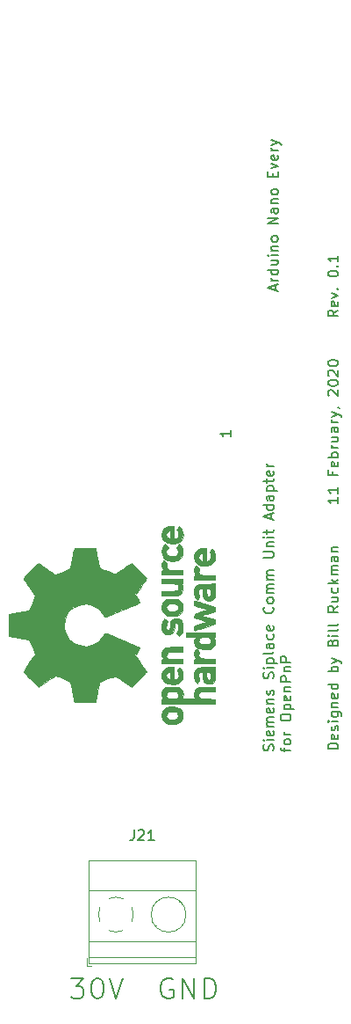
<source format=gto>
G04 #@! TF.GenerationSoftware,KiCad,Pcbnew,(5.1.5)-3*
G04 #@! TF.CreationDate,2020-03-12T17:45:38-07:00*
G04 #@! TF.ProjectId,siplace_feeder_controller_96pin,7369706c-6163-4655-9f66-65656465725f,rev?*
G04 #@! TF.SameCoordinates,Original*
G04 #@! TF.FileFunction,Legend,Top*
G04 #@! TF.FilePolarity,Positive*
%FSLAX46Y46*%
G04 Gerber Fmt 4.6, Leading zero omitted, Abs format (unit mm)*
G04 Created by KiCad (PCBNEW (5.1.5)-3) date 2020-03-12 17:45:38*
%MOMM*%
%LPD*%
G04 APERTURE LIST*
%ADD10C,0.150000*%
%ADD11C,0.010000*%
%ADD12C,0.120000*%
%ADD13O,3.102000X1.802000*%
%ADD14C,1.467000*%
%ADD15R,1.467000X1.467000*%
%ADD16C,2.892000*%
%ADD17C,3.302000*%
%ADD18C,2.702000*%
%ADD19R,2.702000X2.702000*%
G04 APERTURE END LIST*
D10*
X121452380Y-124064404D02*
X120452380Y-124064404D01*
X120452380Y-123826309D01*
X120500000Y-123683452D01*
X120595238Y-123588214D01*
X120690476Y-123540595D01*
X120880952Y-123492976D01*
X121023809Y-123492976D01*
X121214285Y-123540595D01*
X121309523Y-123588214D01*
X121404761Y-123683452D01*
X121452380Y-123826309D01*
X121452380Y-124064404D01*
X121404761Y-122683452D02*
X121452380Y-122778690D01*
X121452380Y-122969166D01*
X121404761Y-123064404D01*
X121309523Y-123112023D01*
X120928571Y-123112023D01*
X120833333Y-123064404D01*
X120785714Y-122969166D01*
X120785714Y-122778690D01*
X120833333Y-122683452D01*
X120928571Y-122635833D01*
X121023809Y-122635833D01*
X121119047Y-123112023D01*
X121404761Y-122254880D02*
X121452380Y-122159642D01*
X121452380Y-121969166D01*
X121404761Y-121873928D01*
X121309523Y-121826309D01*
X121261904Y-121826309D01*
X121166666Y-121873928D01*
X121119047Y-121969166D01*
X121119047Y-122112023D01*
X121071428Y-122207261D01*
X120976190Y-122254880D01*
X120928571Y-122254880D01*
X120833333Y-122207261D01*
X120785714Y-122112023D01*
X120785714Y-121969166D01*
X120833333Y-121873928D01*
X121452380Y-121397738D02*
X120785714Y-121397738D01*
X120452380Y-121397738D02*
X120500000Y-121445357D01*
X120547619Y-121397738D01*
X120500000Y-121350119D01*
X120452380Y-121397738D01*
X120547619Y-121397738D01*
X120785714Y-120492976D02*
X121595238Y-120492976D01*
X121690476Y-120540595D01*
X121738095Y-120588214D01*
X121785714Y-120683452D01*
X121785714Y-120826309D01*
X121738095Y-120921547D01*
X121404761Y-120492976D02*
X121452380Y-120588214D01*
X121452380Y-120778690D01*
X121404761Y-120873928D01*
X121357142Y-120921547D01*
X121261904Y-120969166D01*
X120976190Y-120969166D01*
X120880952Y-120921547D01*
X120833333Y-120873928D01*
X120785714Y-120778690D01*
X120785714Y-120588214D01*
X120833333Y-120492976D01*
X120785714Y-120016785D02*
X121452380Y-120016785D01*
X120880952Y-120016785D02*
X120833333Y-119969166D01*
X120785714Y-119873928D01*
X120785714Y-119731071D01*
X120833333Y-119635833D01*
X120928571Y-119588214D01*
X121452380Y-119588214D01*
X121404761Y-118731071D02*
X121452380Y-118826309D01*
X121452380Y-119016785D01*
X121404761Y-119112023D01*
X121309523Y-119159642D01*
X120928571Y-119159642D01*
X120833333Y-119112023D01*
X120785714Y-119016785D01*
X120785714Y-118826309D01*
X120833333Y-118731071D01*
X120928571Y-118683452D01*
X121023809Y-118683452D01*
X121119047Y-119159642D01*
X121452380Y-117826309D02*
X120452380Y-117826309D01*
X121404761Y-117826309D02*
X121452380Y-117921547D01*
X121452380Y-118112023D01*
X121404761Y-118207261D01*
X121357142Y-118254880D01*
X121261904Y-118302500D01*
X120976190Y-118302500D01*
X120880952Y-118254880D01*
X120833333Y-118207261D01*
X120785714Y-118112023D01*
X120785714Y-117921547D01*
X120833333Y-117826309D01*
X121452380Y-116588214D02*
X120452380Y-116588214D01*
X120833333Y-116588214D02*
X120785714Y-116492976D01*
X120785714Y-116302500D01*
X120833333Y-116207261D01*
X120880952Y-116159642D01*
X120976190Y-116112023D01*
X121261904Y-116112023D01*
X121357142Y-116159642D01*
X121404761Y-116207261D01*
X121452380Y-116302500D01*
X121452380Y-116492976D01*
X121404761Y-116588214D01*
X120785714Y-115778690D02*
X121452380Y-115540595D01*
X120785714Y-115302500D02*
X121452380Y-115540595D01*
X121690476Y-115635833D01*
X121738095Y-115683452D01*
X121785714Y-115778690D01*
X120928571Y-113826309D02*
X120976190Y-113683452D01*
X121023809Y-113635833D01*
X121119047Y-113588214D01*
X121261904Y-113588214D01*
X121357142Y-113635833D01*
X121404761Y-113683452D01*
X121452380Y-113778690D01*
X121452380Y-114159642D01*
X120452380Y-114159642D01*
X120452380Y-113826309D01*
X120500000Y-113731071D01*
X120547619Y-113683452D01*
X120642857Y-113635833D01*
X120738095Y-113635833D01*
X120833333Y-113683452D01*
X120880952Y-113731071D01*
X120928571Y-113826309D01*
X120928571Y-114159642D01*
X121452380Y-113159642D02*
X120785714Y-113159642D01*
X120452380Y-113159642D02*
X120500000Y-113207261D01*
X120547619Y-113159642D01*
X120500000Y-113112023D01*
X120452380Y-113159642D01*
X120547619Y-113159642D01*
X121452380Y-112540595D02*
X121404761Y-112635833D01*
X121309523Y-112683452D01*
X120452380Y-112683452D01*
X121452380Y-112016785D02*
X121404761Y-112112023D01*
X121309523Y-112159642D01*
X120452380Y-112159642D01*
X121452380Y-110302500D02*
X120976190Y-110635833D01*
X121452380Y-110873928D02*
X120452380Y-110873928D01*
X120452380Y-110492976D01*
X120500000Y-110397738D01*
X120547619Y-110350119D01*
X120642857Y-110302500D01*
X120785714Y-110302500D01*
X120880952Y-110350119D01*
X120928571Y-110397738D01*
X120976190Y-110492976D01*
X120976190Y-110873928D01*
X120785714Y-109445357D02*
X121452380Y-109445357D01*
X120785714Y-109873928D02*
X121309523Y-109873928D01*
X121404761Y-109826309D01*
X121452380Y-109731071D01*
X121452380Y-109588214D01*
X121404761Y-109492976D01*
X121357142Y-109445357D01*
X121404761Y-108540595D02*
X121452380Y-108635833D01*
X121452380Y-108826309D01*
X121404761Y-108921547D01*
X121357142Y-108969166D01*
X121261904Y-109016785D01*
X120976190Y-109016785D01*
X120880952Y-108969166D01*
X120833333Y-108921547D01*
X120785714Y-108826309D01*
X120785714Y-108635833D01*
X120833333Y-108540595D01*
X121452380Y-108112023D02*
X120452380Y-108112023D01*
X121071428Y-108016785D02*
X121452380Y-107731071D01*
X120785714Y-107731071D02*
X121166666Y-108112023D01*
X121452380Y-107302500D02*
X120785714Y-107302500D01*
X120880952Y-107302500D02*
X120833333Y-107254880D01*
X120785714Y-107159642D01*
X120785714Y-107016785D01*
X120833333Y-106921547D01*
X120928571Y-106873928D01*
X121452380Y-106873928D01*
X120928571Y-106873928D02*
X120833333Y-106826309D01*
X120785714Y-106731071D01*
X120785714Y-106588214D01*
X120833333Y-106492976D01*
X120928571Y-106445357D01*
X121452380Y-106445357D01*
X121452380Y-105540595D02*
X120928571Y-105540595D01*
X120833333Y-105588214D01*
X120785714Y-105683452D01*
X120785714Y-105873928D01*
X120833333Y-105969166D01*
X121404761Y-105540595D02*
X121452380Y-105635833D01*
X121452380Y-105873928D01*
X121404761Y-105969166D01*
X121309523Y-106016785D01*
X121214285Y-106016785D01*
X121119047Y-105969166D01*
X121071428Y-105873928D01*
X121071428Y-105635833D01*
X121023809Y-105540595D01*
X120785714Y-105064404D02*
X121452380Y-105064404D01*
X120880952Y-105064404D02*
X120833333Y-105016785D01*
X120785714Y-104921547D01*
X120785714Y-104778690D01*
X120833333Y-104683452D01*
X120928571Y-104635833D01*
X121452380Y-104635833D01*
X121452380Y-99826309D02*
X121452380Y-100397738D01*
X121452380Y-100112023D02*
X120452380Y-100112023D01*
X120595238Y-100207261D01*
X120690476Y-100302500D01*
X120738095Y-100397738D01*
X121452380Y-98873928D02*
X121452380Y-99445357D01*
X121452380Y-99159642D02*
X120452380Y-99159642D01*
X120595238Y-99254880D01*
X120690476Y-99350119D01*
X120738095Y-99445357D01*
X120928571Y-97350119D02*
X120928571Y-97683452D01*
X121452380Y-97683452D02*
X120452380Y-97683452D01*
X120452380Y-97207261D01*
X121404761Y-96445357D02*
X121452380Y-96540595D01*
X121452380Y-96731071D01*
X121404761Y-96826309D01*
X121309523Y-96873928D01*
X120928571Y-96873928D01*
X120833333Y-96826309D01*
X120785714Y-96731071D01*
X120785714Y-96540595D01*
X120833333Y-96445357D01*
X120928571Y-96397738D01*
X121023809Y-96397738D01*
X121119047Y-96873928D01*
X121452380Y-95969166D02*
X120452380Y-95969166D01*
X120833333Y-95969166D02*
X120785714Y-95873928D01*
X120785714Y-95683452D01*
X120833333Y-95588214D01*
X120880952Y-95540595D01*
X120976190Y-95492976D01*
X121261904Y-95492976D01*
X121357142Y-95540595D01*
X121404761Y-95588214D01*
X121452380Y-95683452D01*
X121452380Y-95873928D01*
X121404761Y-95969166D01*
X121452380Y-95064404D02*
X120785714Y-95064404D01*
X120976190Y-95064404D02*
X120880952Y-95016785D01*
X120833333Y-94969166D01*
X120785714Y-94873928D01*
X120785714Y-94778690D01*
X120785714Y-94016785D02*
X121452380Y-94016785D01*
X120785714Y-94445357D02*
X121309523Y-94445357D01*
X121404761Y-94397738D01*
X121452380Y-94302500D01*
X121452380Y-94159642D01*
X121404761Y-94064404D01*
X121357142Y-94016785D01*
X121452380Y-93112023D02*
X120928571Y-93112023D01*
X120833333Y-93159642D01*
X120785714Y-93254880D01*
X120785714Y-93445357D01*
X120833333Y-93540595D01*
X121404761Y-93112023D02*
X121452380Y-93207261D01*
X121452380Y-93445357D01*
X121404761Y-93540595D01*
X121309523Y-93588214D01*
X121214285Y-93588214D01*
X121119047Y-93540595D01*
X121071428Y-93445357D01*
X121071428Y-93207261D01*
X121023809Y-93112023D01*
X121452380Y-92635833D02*
X120785714Y-92635833D01*
X120976190Y-92635833D02*
X120880952Y-92588214D01*
X120833333Y-92540595D01*
X120785714Y-92445357D01*
X120785714Y-92350119D01*
X120785714Y-92112023D02*
X121452380Y-91873928D01*
X120785714Y-91635833D02*
X121452380Y-91873928D01*
X121690476Y-91969166D01*
X121738095Y-92016785D01*
X121785714Y-92112023D01*
X121404761Y-91207261D02*
X121452380Y-91207261D01*
X121547619Y-91254880D01*
X121595238Y-91302500D01*
X120547619Y-90064404D02*
X120500000Y-90016785D01*
X120452380Y-89921547D01*
X120452380Y-89683452D01*
X120500000Y-89588214D01*
X120547619Y-89540595D01*
X120642857Y-89492976D01*
X120738095Y-89492976D01*
X120880952Y-89540595D01*
X121452380Y-90112023D01*
X121452380Y-89492976D01*
X120452380Y-88873928D02*
X120452380Y-88778690D01*
X120500000Y-88683452D01*
X120547619Y-88635833D01*
X120642857Y-88588214D01*
X120833333Y-88540595D01*
X121071428Y-88540595D01*
X121261904Y-88588214D01*
X121357142Y-88635833D01*
X121404761Y-88683452D01*
X121452380Y-88778690D01*
X121452380Y-88873928D01*
X121404761Y-88969166D01*
X121357142Y-89016785D01*
X121261904Y-89064404D01*
X121071428Y-89112023D01*
X120833333Y-89112023D01*
X120642857Y-89064404D01*
X120547619Y-89016785D01*
X120500000Y-88969166D01*
X120452380Y-88873928D01*
X120547619Y-88159642D02*
X120500000Y-88112023D01*
X120452380Y-88016785D01*
X120452380Y-87778690D01*
X120500000Y-87683452D01*
X120547619Y-87635833D01*
X120642857Y-87588214D01*
X120738095Y-87588214D01*
X120880952Y-87635833D01*
X121452380Y-88207261D01*
X121452380Y-87588214D01*
X120452380Y-86969166D02*
X120452380Y-86873928D01*
X120500000Y-86778690D01*
X120547619Y-86731071D01*
X120642857Y-86683452D01*
X120833333Y-86635833D01*
X121071428Y-86635833D01*
X121261904Y-86683452D01*
X121357142Y-86731071D01*
X121404761Y-86778690D01*
X121452380Y-86873928D01*
X121452380Y-86969166D01*
X121404761Y-87064404D01*
X121357142Y-87112023D01*
X121261904Y-87159642D01*
X121071428Y-87207261D01*
X120833333Y-87207261D01*
X120642857Y-87159642D01*
X120547619Y-87112023D01*
X120500000Y-87064404D01*
X120452380Y-86969166D01*
X121452380Y-81826309D02*
X120976190Y-82159642D01*
X121452380Y-82397738D02*
X120452380Y-82397738D01*
X120452380Y-82016785D01*
X120500000Y-81921547D01*
X120547619Y-81873928D01*
X120642857Y-81826309D01*
X120785714Y-81826309D01*
X120880952Y-81873928D01*
X120928571Y-81921547D01*
X120976190Y-82016785D01*
X120976190Y-82397738D01*
X121404761Y-81016785D02*
X121452380Y-81112023D01*
X121452380Y-81302500D01*
X121404761Y-81397738D01*
X121309523Y-81445357D01*
X120928571Y-81445357D01*
X120833333Y-81397738D01*
X120785714Y-81302500D01*
X120785714Y-81112023D01*
X120833333Y-81016785D01*
X120928571Y-80969166D01*
X121023809Y-80969166D01*
X121119047Y-81445357D01*
X120785714Y-80635833D02*
X121452380Y-80397738D01*
X120785714Y-80159642D01*
X121357142Y-79778690D02*
X121404761Y-79731071D01*
X121452380Y-79778690D01*
X121404761Y-79826309D01*
X121357142Y-79778690D01*
X121452380Y-79778690D01*
X120452380Y-78350119D02*
X120452380Y-78254880D01*
X120500000Y-78159642D01*
X120547619Y-78112023D01*
X120642857Y-78064404D01*
X120833333Y-78016785D01*
X121071428Y-78016785D01*
X121261904Y-78064404D01*
X121357142Y-78112023D01*
X121404761Y-78159642D01*
X121452380Y-78254880D01*
X121452380Y-78350119D01*
X121404761Y-78445357D01*
X121357142Y-78492976D01*
X121261904Y-78540595D01*
X121071428Y-78588214D01*
X120833333Y-78588214D01*
X120642857Y-78540595D01*
X120547619Y-78492976D01*
X120500000Y-78445357D01*
X120452380Y-78350119D01*
X121357142Y-77588214D02*
X121404761Y-77540595D01*
X121452380Y-77588214D01*
X121404761Y-77635833D01*
X121357142Y-77588214D01*
X121452380Y-77588214D01*
X121452380Y-76588214D02*
X121452380Y-77159642D01*
X121452380Y-76873928D02*
X120452380Y-76873928D01*
X120595238Y-76969166D01*
X120690476Y-77064404D01*
X120738095Y-77159642D01*
X115179761Y-124212023D02*
X115227380Y-124069166D01*
X115227380Y-123831071D01*
X115179761Y-123735833D01*
X115132142Y-123688214D01*
X115036904Y-123640595D01*
X114941666Y-123640595D01*
X114846428Y-123688214D01*
X114798809Y-123735833D01*
X114751190Y-123831071D01*
X114703571Y-124021547D01*
X114655952Y-124116785D01*
X114608333Y-124164404D01*
X114513095Y-124212023D01*
X114417857Y-124212023D01*
X114322619Y-124164404D01*
X114275000Y-124116785D01*
X114227380Y-124021547D01*
X114227380Y-123783452D01*
X114275000Y-123640595D01*
X115227380Y-123212023D02*
X114560714Y-123212023D01*
X114227380Y-123212023D02*
X114275000Y-123259642D01*
X114322619Y-123212023D01*
X114275000Y-123164404D01*
X114227380Y-123212023D01*
X114322619Y-123212023D01*
X115179761Y-122354880D02*
X115227380Y-122450119D01*
X115227380Y-122640595D01*
X115179761Y-122735833D01*
X115084523Y-122783452D01*
X114703571Y-122783452D01*
X114608333Y-122735833D01*
X114560714Y-122640595D01*
X114560714Y-122450119D01*
X114608333Y-122354880D01*
X114703571Y-122307261D01*
X114798809Y-122307261D01*
X114894047Y-122783452D01*
X115227380Y-121878690D02*
X114560714Y-121878690D01*
X114655952Y-121878690D02*
X114608333Y-121831071D01*
X114560714Y-121735833D01*
X114560714Y-121592976D01*
X114608333Y-121497738D01*
X114703571Y-121450119D01*
X115227380Y-121450119D01*
X114703571Y-121450119D02*
X114608333Y-121402500D01*
X114560714Y-121307261D01*
X114560714Y-121164404D01*
X114608333Y-121069166D01*
X114703571Y-121021547D01*
X115227380Y-121021547D01*
X115179761Y-120164404D02*
X115227380Y-120259642D01*
X115227380Y-120450119D01*
X115179761Y-120545357D01*
X115084523Y-120592976D01*
X114703571Y-120592976D01*
X114608333Y-120545357D01*
X114560714Y-120450119D01*
X114560714Y-120259642D01*
X114608333Y-120164404D01*
X114703571Y-120116785D01*
X114798809Y-120116785D01*
X114894047Y-120592976D01*
X114560714Y-119688214D02*
X115227380Y-119688214D01*
X114655952Y-119688214D02*
X114608333Y-119640595D01*
X114560714Y-119545357D01*
X114560714Y-119402500D01*
X114608333Y-119307261D01*
X114703571Y-119259642D01*
X115227380Y-119259642D01*
X115179761Y-118831071D02*
X115227380Y-118735833D01*
X115227380Y-118545357D01*
X115179761Y-118450119D01*
X115084523Y-118402500D01*
X115036904Y-118402500D01*
X114941666Y-118450119D01*
X114894047Y-118545357D01*
X114894047Y-118688214D01*
X114846428Y-118783452D01*
X114751190Y-118831071D01*
X114703571Y-118831071D01*
X114608333Y-118783452D01*
X114560714Y-118688214D01*
X114560714Y-118545357D01*
X114608333Y-118450119D01*
X115179761Y-117259642D02*
X115227380Y-117116785D01*
X115227380Y-116878690D01*
X115179761Y-116783452D01*
X115132142Y-116735833D01*
X115036904Y-116688214D01*
X114941666Y-116688214D01*
X114846428Y-116735833D01*
X114798809Y-116783452D01*
X114751190Y-116878690D01*
X114703571Y-117069166D01*
X114655952Y-117164404D01*
X114608333Y-117212023D01*
X114513095Y-117259642D01*
X114417857Y-117259642D01*
X114322619Y-117212023D01*
X114275000Y-117164404D01*
X114227380Y-117069166D01*
X114227380Y-116831071D01*
X114275000Y-116688214D01*
X115227380Y-116259642D02*
X114560714Y-116259642D01*
X114227380Y-116259642D02*
X114275000Y-116307261D01*
X114322619Y-116259642D01*
X114275000Y-116212023D01*
X114227380Y-116259642D01*
X114322619Y-116259642D01*
X114560714Y-115783452D02*
X115560714Y-115783452D01*
X114608333Y-115783452D02*
X114560714Y-115688214D01*
X114560714Y-115497738D01*
X114608333Y-115402500D01*
X114655952Y-115354880D01*
X114751190Y-115307261D01*
X115036904Y-115307261D01*
X115132142Y-115354880D01*
X115179761Y-115402500D01*
X115227380Y-115497738D01*
X115227380Y-115688214D01*
X115179761Y-115783452D01*
X115227380Y-114735833D02*
X115179761Y-114831071D01*
X115084523Y-114878690D01*
X114227380Y-114878690D01*
X115227380Y-113926309D02*
X114703571Y-113926309D01*
X114608333Y-113973928D01*
X114560714Y-114069166D01*
X114560714Y-114259642D01*
X114608333Y-114354880D01*
X115179761Y-113926309D02*
X115227380Y-114021547D01*
X115227380Y-114259642D01*
X115179761Y-114354880D01*
X115084523Y-114402500D01*
X114989285Y-114402500D01*
X114894047Y-114354880D01*
X114846428Y-114259642D01*
X114846428Y-114021547D01*
X114798809Y-113926309D01*
X115179761Y-113021547D02*
X115227380Y-113116785D01*
X115227380Y-113307261D01*
X115179761Y-113402500D01*
X115132142Y-113450119D01*
X115036904Y-113497738D01*
X114751190Y-113497738D01*
X114655952Y-113450119D01*
X114608333Y-113402500D01*
X114560714Y-113307261D01*
X114560714Y-113116785D01*
X114608333Y-113021547D01*
X115179761Y-112212023D02*
X115227380Y-112307261D01*
X115227380Y-112497738D01*
X115179761Y-112592976D01*
X115084523Y-112640595D01*
X114703571Y-112640595D01*
X114608333Y-112592976D01*
X114560714Y-112497738D01*
X114560714Y-112307261D01*
X114608333Y-112212023D01*
X114703571Y-112164404D01*
X114798809Y-112164404D01*
X114894047Y-112640595D01*
X115132142Y-110402500D02*
X115179761Y-110450119D01*
X115227380Y-110592976D01*
X115227380Y-110688214D01*
X115179761Y-110831071D01*
X115084523Y-110926309D01*
X114989285Y-110973928D01*
X114798809Y-111021547D01*
X114655952Y-111021547D01*
X114465476Y-110973928D01*
X114370238Y-110926309D01*
X114275000Y-110831071D01*
X114227380Y-110688214D01*
X114227380Y-110592976D01*
X114275000Y-110450119D01*
X114322619Y-110402500D01*
X115227380Y-109831071D02*
X115179761Y-109926309D01*
X115132142Y-109973928D01*
X115036904Y-110021547D01*
X114751190Y-110021547D01*
X114655952Y-109973928D01*
X114608333Y-109926309D01*
X114560714Y-109831071D01*
X114560714Y-109688214D01*
X114608333Y-109592976D01*
X114655952Y-109545357D01*
X114751190Y-109497738D01*
X115036904Y-109497738D01*
X115132142Y-109545357D01*
X115179761Y-109592976D01*
X115227380Y-109688214D01*
X115227380Y-109831071D01*
X115227380Y-109069166D02*
X114560714Y-109069166D01*
X114655952Y-109069166D02*
X114608333Y-109021547D01*
X114560714Y-108926309D01*
X114560714Y-108783452D01*
X114608333Y-108688214D01*
X114703571Y-108640595D01*
X115227380Y-108640595D01*
X114703571Y-108640595D02*
X114608333Y-108592976D01*
X114560714Y-108497738D01*
X114560714Y-108354880D01*
X114608333Y-108259642D01*
X114703571Y-108212023D01*
X115227380Y-108212023D01*
X115227380Y-107735833D02*
X114560714Y-107735833D01*
X114655952Y-107735833D02*
X114608333Y-107688214D01*
X114560714Y-107592976D01*
X114560714Y-107450119D01*
X114608333Y-107354880D01*
X114703571Y-107307261D01*
X115227380Y-107307261D01*
X114703571Y-107307261D02*
X114608333Y-107259642D01*
X114560714Y-107164404D01*
X114560714Y-107021547D01*
X114608333Y-106926309D01*
X114703571Y-106878690D01*
X115227380Y-106878690D01*
X114227380Y-105640595D02*
X115036904Y-105640595D01*
X115132142Y-105592976D01*
X115179761Y-105545357D01*
X115227380Y-105450119D01*
X115227380Y-105259642D01*
X115179761Y-105164404D01*
X115132142Y-105116785D01*
X115036904Y-105069166D01*
X114227380Y-105069166D01*
X114560714Y-104592976D02*
X115227380Y-104592976D01*
X114655952Y-104592976D02*
X114608333Y-104545357D01*
X114560714Y-104450119D01*
X114560714Y-104307261D01*
X114608333Y-104212023D01*
X114703571Y-104164404D01*
X115227380Y-104164404D01*
X115227380Y-103688214D02*
X114560714Y-103688214D01*
X114227380Y-103688214D02*
X114275000Y-103735833D01*
X114322619Y-103688214D01*
X114275000Y-103640595D01*
X114227380Y-103688214D01*
X114322619Y-103688214D01*
X114560714Y-103354880D02*
X114560714Y-102973928D01*
X114227380Y-103212023D02*
X115084523Y-103212023D01*
X115179761Y-103164404D01*
X115227380Y-103069166D01*
X115227380Y-102973928D01*
X114941666Y-101926309D02*
X114941666Y-101450119D01*
X115227380Y-102021547D02*
X114227380Y-101688214D01*
X115227380Y-101354880D01*
X115227380Y-100592976D02*
X114227380Y-100592976D01*
X115179761Y-100592976D02*
X115227380Y-100688214D01*
X115227380Y-100878690D01*
X115179761Y-100973928D01*
X115132142Y-101021547D01*
X115036904Y-101069166D01*
X114751190Y-101069166D01*
X114655952Y-101021547D01*
X114608333Y-100973928D01*
X114560714Y-100878690D01*
X114560714Y-100688214D01*
X114608333Y-100592976D01*
X115227380Y-99688214D02*
X114703571Y-99688214D01*
X114608333Y-99735833D01*
X114560714Y-99831071D01*
X114560714Y-100021547D01*
X114608333Y-100116785D01*
X115179761Y-99688214D02*
X115227380Y-99783452D01*
X115227380Y-100021547D01*
X115179761Y-100116785D01*
X115084523Y-100164404D01*
X114989285Y-100164404D01*
X114894047Y-100116785D01*
X114846428Y-100021547D01*
X114846428Y-99783452D01*
X114798809Y-99688214D01*
X114560714Y-99212023D02*
X115560714Y-99212023D01*
X114608333Y-99212023D02*
X114560714Y-99116785D01*
X114560714Y-98926309D01*
X114608333Y-98831071D01*
X114655952Y-98783452D01*
X114751190Y-98735833D01*
X115036904Y-98735833D01*
X115132142Y-98783452D01*
X115179761Y-98831071D01*
X115227380Y-98926309D01*
X115227380Y-99116785D01*
X115179761Y-99212023D01*
X114560714Y-98450119D02*
X114560714Y-98069166D01*
X114227380Y-98307261D02*
X115084523Y-98307261D01*
X115179761Y-98259642D01*
X115227380Y-98164404D01*
X115227380Y-98069166D01*
X115179761Y-97354880D02*
X115227380Y-97450119D01*
X115227380Y-97640595D01*
X115179761Y-97735833D01*
X115084523Y-97783452D01*
X114703571Y-97783452D01*
X114608333Y-97735833D01*
X114560714Y-97640595D01*
X114560714Y-97450119D01*
X114608333Y-97354880D01*
X114703571Y-97307261D01*
X114798809Y-97307261D01*
X114894047Y-97783452D01*
X115227380Y-96878690D02*
X114560714Y-96878690D01*
X114751190Y-96878690D02*
X114655952Y-96831071D01*
X114608333Y-96783452D01*
X114560714Y-96688214D01*
X114560714Y-96592976D01*
X116210714Y-124307261D02*
X116210714Y-123926309D01*
X116877380Y-124164404D02*
X116020238Y-124164404D01*
X115925000Y-124116785D01*
X115877380Y-124021547D01*
X115877380Y-123926309D01*
X116877380Y-123450119D02*
X116829761Y-123545357D01*
X116782142Y-123592976D01*
X116686904Y-123640595D01*
X116401190Y-123640595D01*
X116305952Y-123592976D01*
X116258333Y-123545357D01*
X116210714Y-123450119D01*
X116210714Y-123307261D01*
X116258333Y-123212023D01*
X116305952Y-123164404D01*
X116401190Y-123116785D01*
X116686904Y-123116785D01*
X116782142Y-123164404D01*
X116829761Y-123212023D01*
X116877380Y-123307261D01*
X116877380Y-123450119D01*
X116877380Y-122688214D02*
X116210714Y-122688214D01*
X116401190Y-122688214D02*
X116305952Y-122640595D01*
X116258333Y-122592976D01*
X116210714Y-122497738D01*
X116210714Y-122402500D01*
X115877380Y-121116785D02*
X115877380Y-120926309D01*
X115925000Y-120831071D01*
X116020238Y-120735833D01*
X116210714Y-120688214D01*
X116544047Y-120688214D01*
X116734523Y-120735833D01*
X116829761Y-120831071D01*
X116877380Y-120926309D01*
X116877380Y-121116785D01*
X116829761Y-121212023D01*
X116734523Y-121307261D01*
X116544047Y-121354880D01*
X116210714Y-121354880D01*
X116020238Y-121307261D01*
X115925000Y-121212023D01*
X115877380Y-121116785D01*
X116210714Y-120259642D02*
X117210714Y-120259642D01*
X116258333Y-120259642D02*
X116210714Y-120164404D01*
X116210714Y-119973928D01*
X116258333Y-119878690D01*
X116305952Y-119831071D01*
X116401190Y-119783452D01*
X116686904Y-119783452D01*
X116782142Y-119831071D01*
X116829761Y-119878690D01*
X116877380Y-119973928D01*
X116877380Y-120164404D01*
X116829761Y-120259642D01*
X116829761Y-118973928D02*
X116877380Y-119069166D01*
X116877380Y-119259642D01*
X116829761Y-119354880D01*
X116734523Y-119402500D01*
X116353571Y-119402500D01*
X116258333Y-119354880D01*
X116210714Y-119259642D01*
X116210714Y-119069166D01*
X116258333Y-118973928D01*
X116353571Y-118926309D01*
X116448809Y-118926309D01*
X116544047Y-119402500D01*
X116210714Y-118497738D02*
X116877380Y-118497738D01*
X116305952Y-118497738D02*
X116258333Y-118450119D01*
X116210714Y-118354880D01*
X116210714Y-118212023D01*
X116258333Y-118116785D01*
X116353571Y-118069166D01*
X116877380Y-118069166D01*
X116877380Y-117592976D02*
X115877380Y-117592976D01*
X115877380Y-117212023D01*
X115925000Y-117116785D01*
X115972619Y-117069166D01*
X116067857Y-117021547D01*
X116210714Y-117021547D01*
X116305952Y-117069166D01*
X116353571Y-117116785D01*
X116401190Y-117212023D01*
X116401190Y-117592976D01*
X116210714Y-116592976D02*
X116877380Y-116592976D01*
X116305952Y-116592976D02*
X116258333Y-116545357D01*
X116210714Y-116450119D01*
X116210714Y-116307261D01*
X116258333Y-116212023D01*
X116353571Y-116164404D01*
X116877380Y-116164404D01*
X116877380Y-115688214D02*
X115877380Y-115688214D01*
X115877380Y-115307261D01*
X115925000Y-115212023D01*
X115972619Y-115164404D01*
X116067857Y-115116785D01*
X116210714Y-115116785D01*
X116305952Y-115164404D01*
X116353571Y-115212023D01*
X116401190Y-115307261D01*
X116401190Y-115688214D01*
X111052380Y-93414285D02*
X111052380Y-93985714D01*
X111052380Y-93700000D02*
X110052380Y-93700000D01*
X110195238Y-93795238D01*
X110290476Y-93890476D01*
X110338095Y-93985714D01*
X115366666Y-79890476D02*
X115366666Y-79414285D01*
X115652380Y-79985714D02*
X114652380Y-79652380D01*
X115652380Y-79319047D01*
X115652380Y-78985714D02*
X114985714Y-78985714D01*
X115176190Y-78985714D02*
X115080952Y-78938095D01*
X115033333Y-78890476D01*
X114985714Y-78795238D01*
X114985714Y-78700000D01*
X115652380Y-77938095D02*
X114652380Y-77938095D01*
X115604761Y-77938095D02*
X115652380Y-78033333D01*
X115652380Y-78223809D01*
X115604761Y-78319047D01*
X115557142Y-78366666D01*
X115461904Y-78414285D01*
X115176190Y-78414285D01*
X115080952Y-78366666D01*
X115033333Y-78319047D01*
X114985714Y-78223809D01*
X114985714Y-78033333D01*
X115033333Y-77938095D01*
X114985714Y-77033333D02*
X115652380Y-77033333D01*
X114985714Y-77461904D02*
X115509523Y-77461904D01*
X115604761Y-77414285D01*
X115652380Y-77319047D01*
X115652380Y-77176190D01*
X115604761Y-77080952D01*
X115557142Y-77033333D01*
X115652380Y-76557142D02*
X114985714Y-76557142D01*
X114652380Y-76557142D02*
X114700000Y-76604761D01*
X114747619Y-76557142D01*
X114700000Y-76509523D01*
X114652380Y-76557142D01*
X114747619Y-76557142D01*
X114985714Y-76080952D02*
X115652380Y-76080952D01*
X115080952Y-76080952D02*
X115033333Y-76033333D01*
X114985714Y-75938095D01*
X114985714Y-75795238D01*
X115033333Y-75700000D01*
X115128571Y-75652380D01*
X115652380Y-75652380D01*
X115652380Y-75033333D02*
X115604761Y-75128571D01*
X115557142Y-75176190D01*
X115461904Y-75223809D01*
X115176190Y-75223809D01*
X115080952Y-75176190D01*
X115033333Y-75128571D01*
X114985714Y-75033333D01*
X114985714Y-74890476D01*
X115033333Y-74795238D01*
X115080952Y-74747619D01*
X115176190Y-74700000D01*
X115461904Y-74700000D01*
X115557142Y-74747619D01*
X115604761Y-74795238D01*
X115652380Y-74890476D01*
X115652380Y-75033333D01*
X115652380Y-73509523D02*
X114652380Y-73509523D01*
X115652380Y-72938095D01*
X114652380Y-72938095D01*
X115652380Y-72033333D02*
X115128571Y-72033333D01*
X115033333Y-72080952D01*
X114985714Y-72176190D01*
X114985714Y-72366666D01*
X115033333Y-72461904D01*
X115604761Y-72033333D02*
X115652380Y-72128571D01*
X115652380Y-72366666D01*
X115604761Y-72461904D01*
X115509523Y-72509523D01*
X115414285Y-72509523D01*
X115319047Y-72461904D01*
X115271428Y-72366666D01*
X115271428Y-72128571D01*
X115223809Y-72033333D01*
X114985714Y-71557142D02*
X115652380Y-71557142D01*
X115080952Y-71557142D02*
X115033333Y-71509523D01*
X114985714Y-71414285D01*
X114985714Y-71271428D01*
X115033333Y-71176190D01*
X115128571Y-71128571D01*
X115652380Y-71128571D01*
X115652380Y-70509523D02*
X115604761Y-70604761D01*
X115557142Y-70652380D01*
X115461904Y-70700000D01*
X115176190Y-70700000D01*
X115080952Y-70652380D01*
X115033333Y-70604761D01*
X114985714Y-70509523D01*
X114985714Y-70366666D01*
X115033333Y-70271428D01*
X115080952Y-70223809D01*
X115176190Y-70176190D01*
X115461904Y-70176190D01*
X115557142Y-70223809D01*
X115604761Y-70271428D01*
X115652380Y-70366666D01*
X115652380Y-70509523D01*
X115128571Y-68985714D02*
X115128571Y-68652380D01*
X115652380Y-68509523D02*
X115652380Y-68985714D01*
X114652380Y-68985714D01*
X114652380Y-68509523D01*
X114985714Y-68176190D02*
X115652380Y-67938095D01*
X114985714Y-67700000D01*
X115604761Y-66938095D02*
X115652380Y-67033333D01*
X115652380Y-67223809D01*
X115604761Y-67319047D01*
X115509523Y-67366666D01*
X115128571Y-67366666D01*
X115033333Y-67319047D01*
X114985714Y-67223809D01*
X114985714Y-67033333D01*
X115033333Y-66938095D01*
X115128571Y-66890476D01*
X115223809Y-66890476D01*
X115319047Y-67366666D01*
X115652380Y-66461904D02*
X114985714Y-66461904D01*
X115176190Y-66461904D02*
X115080952Y-66414285D01*
X115033333Y-66366666D01*
X114985714Y-66271428D01*
X114985714Y-66176190D01*
X114985714Y-65938095D02*
X115652380Y-65700000D01*
X114985714Y-65461904D02*
X115652380Y-65700000D01*
X115890476Y-65795238D01*
X115938095Y-65842857D01*
X115985714Y-65938095D01*
X95652380Y-146104761D02*
X96890476Y-146104761D01*
X96223809Y-146866666D01*
X96509523Y-146866666D01*
X96700000Y-146961904D01*
X96795238Y-147057142D01*
X96890476Y-147247619D01*
X96890476Y-147723809D01*
X96795238Y-147914285D01*
X96700000Y-148009523D01*
X96509523Y-148104761D01*
X95938095Y-148104761D01*
X95747619Y-148009523D01*
X95652380Y-147914285D01*
X98128571Y-146104761D02*
X98319047Y-146104761D01*
X98509523Y-146200000D01*
X98604761Y-146295238D01*
X98700000Y-146485714D01*
X98795238Y-146866666D01*
X98795238Y-147342857D01*
X98700000Y-147723809D01*
X98604761Y-147914285D01*
X98509523Y-148009523D01*
X98319047Y-148104761D01*
X98128571Y-148104761D01*
X97938095Y-148009523D01*
X97842857Y-147914285D01*
X97747619Y-147723809D01*
X97652380Y-147342857D01*
X97652380Y-146866666D01*
X97747619Y-146485714D01*
X97842857Y-146295238D01*
X97938095Y-146200000D01*
X98128571Y-146104761D01*
X99366666Y-146104761D02*
X100033333Y-148104761D01*
X100700000Y-146104761D01*
X105461904Y-146200000D02*
X105271428Y-146104761D01*
X104985714Y-146104761D01*
X104700000Y-146200000D01*
X104509523Y-146390476D01*
X104414285Y-146580952D01*
X104319047Y-146961904D01*
X104319047Y-147247619D01*
X104414285Y-147628571D01*
X104509523Y-147819047D01*
X104700000Y-148009523D01*
X104985714Y-148104761D01*
X105176190Y-148104761D01*
X105461904Y-148009523D01*
X105557142Y-147914285D01*
X105557142Y-147247619D01*
X105176190Y-147247619D01*
X106414285Y-148104761D02*
X106414285Y-146104761D01*
X107557142Y-148104761D01*
X107557142Y-146104761D01*
X108509523Y-148104761D02*
X108509523Y-146104761D01*
X108985714Y-146104761D01*
X109271428Y-146200000D01*
X109461904Y-146390476D01*
X109557142Y-146580952D01*
X109652380Y-146961904D01*
X109652380Y-147247619D01*
X109557142Y-147628571D01*
X109461904Y-147819047D01*
X109271428Y-148009523D01*
X108985714Y-148104761D01*
X108509523Y-148104761D01*
D11*
G36*
X90625960Y-110901695D02*
G01*
X91624542Y-110713443D01*
X91910889Y-110018817D01*
X92197237Y-109324192D01*
X91630586Y-108490872D01*
X91472811Y-108257499D01*
X91331939Y-108046543D01*
X91214401Y-107867847D01*
X91126629Y-107731256D01*
X91075055Y-107646614D01*
X91063935Y-107623563D01*
X91092535Y-107582037D01*
X91171604Y-107493302D01*
X91291041Y-107367303D01*
X91440744Y-107213986D01*
X91610615Y-107043298D01*
X91790551Y-106865186D01*
X91970454Y-106689594D01*
X92140222Y-106526470D01*
X92289754Y-106385759D01*
X92408952Y-106277408D01*
X92487713Y-106211363D01*
X92514072Y-106195574D01*
X92562666Y-106218297D01*
X92669126Y-106282001D01*
X92823039Y-106379987D01*
X93013991Y-106505559D01*
X93231569Y-106652018D01*
X93355671Y-106736885D01*
X93582279Y-106891574D01*
X93786770Y-107029030D01*
X93958965Y-107142586D01*
X94088685Y-107225572D01*
X94165751Y-107271322D01*
X94181947Y-107278197D01*
X94227975Y-107262612D01*
X94335250Y-107220132D01*
X94488687Y-107157165D01*
X94673206Y-107080121D01*
X94873721Y-106995410D01*
X95075152Y-106909442D01*
X95262415Y-106828627D01*
X95420428Y-106759373D01*
X95534107Y-106708092D01*
X95588370Y-106681191D01*
X95590506Y-106679604D01*
X95600867Y-106637365D01*
X95623982Y-106524874D01*
X95657579Y-106353791D01*
X95699385Y-106135777D01*
X95747127Y-105882491D01*
X95774659Y-105734712D01*
X95826190Y-105464062D01*
X95875225Y-105219603D01*
X95919081Y-105013700D01*
X95955074Y-104858723D01*
X95980521Y-104767038D01*
X95988595Y-104748607D01*
X96043242Y-104730555D01*
X96166662Y-104715990D01*
X96344423Y-104704902D01*
X96562091Y-104697281D01*
X96805235Y-104693116D01*
X97059423Y-104692398D01*
X97310220Y-104695118D01*
X97543196Y-104701265D01*
X97743918Y-104710829D01*
X97897954Y-104723801D01*
X97990870Y-104740171D01*
X98010213Y-104749989D01*
X98033398Y-104808677D01*
X98066544Y-104933034D01*
X98105758Y-105106610D01*
X98147145Y-105312958D01*
X98160534Y-105384989D01*
X98224147Y-105732281D01*
X98275378Y-106006617D01*
X98316261Y-106217061D01*
X98348834Y-106372678D01*
X98375132Y-106482533D01*
X98397192Y-106555689D01*
X98417049Y-106601213D01*
X98436741Y-106628167D01*
X98440632Y-106631939D01*
X98503324Y-106669585D01*
X98625331Y-106727014D01*
X98791712Y-106798492D01*
X98987529Y-106878285D01*
X99197840Y-106960657D01*
X99407708Y-107039875D01*
X99602191Y-107110204D01*
X99766350Y-107165911D01*
X99885245Y-107201259D01*
X99943936Y-107210516D01*
X99945992Y-107209744D01*
X99993964Y-107178380D01*
X100099516Y-107107226D01*
X100251660Y-107003760D01*
X100439410Y-106875460D01*
X100651780Y-106729801D01*
X100712130Y-106688320D01*
X100930929Y-106540413D01*
X101130562Y-106410261D01*
X101299565Y-106304955D01*
X101426475Y-106231584D01*
X101499829Y-106197237D01*
X101508841Y-106195574D01*
X101556207Y-106224431D01*
X101650042Y-106304169D01*
X101780261Y-106424538D01*
X101936779Y-106575287D01*
X102109510Y-106746164D01*
X102288371Y-106926921D01*
X102463276Y-107107306D01*
X102624140Y-107277068D01*
X102760878Y-107425958D01*
X102863407Y-107543724D01*
X102921640Y-107620117D01*
X102931148Y-107641250D01*
X102908754Y-107690440D01*
X102848356Y-107791153D01*
X102760129Y-107926983D01*
X102689115Y-108031490D01*
X102558811Y-108220851D01*
X102405384Y-108445101D01*
X102252201Y-108670036D01*
X102170218Y-108790968D01*
X101893353Y-109200296D01*
X102079136Y-109543898D01*
X102160523Y-109700435D01*
X102223784Y-109833546D01*
X102259865Y-109923611D01*
X102264885Y-109946537D01*
X102227817Y-109974105D01*
X102123069Y-110028492D01*
X101960303Y-110105637D01*
X101749181Y-110201482D01*
X101499365Y-110311966D01*
X101220517Y-110433029D01*
X100922299Y-110560611D01*
X100614374Y-110690653D01*
X100306404Y-110819094D01*
X100008050Y-110941874D01*
X99728975Y-111054933D01*
X99478841Y-111154212D01*
X99267310Y-111235651D01*
X99104043Y-111295189D01*
X98998705Y-111328766D01*
X98962527Y-111334166D01*
X98916381Y-111291366D01*
X98841472Y-111197656D01*
X98753364Y-111072627D01*
X98746394Y-111062133D01*
X98487721Y-110738980D01*
X98185938Y-110478413D01*
X97850695Y-110282690D01*
X97491642Y-110154068D01*
X97118426Y-110094805D01*
X96740700Y-110107161D01*
X96368111Y-110193393D01*
X96010310Y-110355759D01*
X95932027Y-110403528D01*
X95615919Y-110651991D01*
X95362079Y-110945519D01*
X95171827Y-111273953D01*
X95046485Y-111627135D01*
X94987372Y-111994905D01*
X94995807Y-112367103D01*
X95073112Y-112733571D01*
X95220606Y-113084149D01*
X95439610Y-113408677D01*
X95528498Y-113509064D01*
X95806744Y-113764551D01*
X96099656Y-113950722D01*
X96427986Y-114078430D01*
X96753133Y-114149556D01*
X97118702Y-114167114D01*
X97486086Y-114108566D01*
X97842866Y-113979858D01*
X98176626Y-113786938D01*
X98474947Y-113535752D01*
X98725411Y-113232248D01*
X98751813Y-113192360D01*
X98838272Y-113065991D01*
X98913184Y-112969927D01*
X98961015Y-112924000D01*
X98962527Y-112923332D01*
X99014267Y-112933192D01*
X99131696Y-112972278D01*
X99305154Y-113036528D01*
X99524979Y-113121880D01*
X99781513Y-113224273D01*
X100065096Y-113339646D01*
X100366067Y-113463937D01*
X100674767Y-113593084D01*
X100981536Y-113723026D01*
X101276714Y-113849702D01*
X101550640Y-113969049D01*
X101793656Y-114077006D01*
X101996101Y-114169512D01*
X102148315Y-114242504D01*
X102240638Y-114291923D01*
X102264885Y-114311823D01*
X102246004Y-114372634D01*
X102195364Y-114486418D01*
X102122017Y-114633555D01*
X102079136Y-114714462D01*
X101893353Y-115058065D01*
X102170218Y-115467393D01*
X102312054Y-115676346D01*
X102468141Y-115905113D01*
X102615109Y-116119491D01*
X102689115Y-116226871D01*
X102790531Y-116377898D01*
X102870898Y-116505782D01*
X102920041Y-116593842D01*
X102930429Y-116622445D01*
X102902405Y-116664076D01*
X102824172Y-116756211D01*
X102703852Y-116889918D01*
X102549568Y-117056265D01*
X102369443Y-117246320D01*
X102253790Y-117366521D01*
X102047167Y-117576815D01*
X101862358Y-117758556D01*
X101707270Y-117904397D01*
X101589807Y-118006991D01*
X101517875Y-118058991D01*
X101503278Y-118063980D01*
X101447753Y-118040829D01*
X101335484Y-117976854D01*
X101177837Y-117879153D01*
X100986179Y-117754820D01*
X100771876Y-117610954D01*
X100712130Y-117570041D01*
X100494982Y-117420967D01*
X100299475Y-117287225D01*
X100136599Y-117176291D01*
X100017337Y-117095644D01*
X99952678Y-117052759D01*
X99945992Y-117048617D01*
X99894462Y-117054812D01*
X99781166Y-117087700D01*
X99621042Y-117141545D01*
X99429032Y-117210613D01*
X99220074Y-117289169D01*
X99009109Y-117371480D01*
X98811076Y-117451811D01*
X98640916Y-117524428D01*
X98513567Y-117583595D01*
X98443971Y-117623580D01*
X98440632Y-117626422D01*
X98420742Y-117650873D01*
X98401073Y-117692169D01*
X98379589Y-117759377D01*
X98354253Y-117861559D01*
X98323029Y-118007781D01*
X98283882Y-118207107D01*
X98234775Y-118468603D01*
X98173672Y-118801331D01*
X98160534Y-118873372D01*
X98119282Y-119086885D01*
X98078926Y-119273022D01*
X98043361Y-119415334D01*
X98016480Y-119497371D01*
X98010213Y-119508372D01*
X97954654Y-119526498D01*
X97830495Y-119541233D01*
X97652169Y-119552564D01*
X97434109Y-119560484D01*
X97190746Y-119564981D01*
X96936514Y-119566046D01*
X96685845Y-119563670D01*
X96453171Y-119557841D01*
X96252924Y-119548551D01*
X96099538Y-119535789D01*
X96007444Y-119519546D01*
X95988595Y-119509754D01*
X95969582Y-119455239D01*
X95938650Y-119331104D01*
X95898482Y-119149715D01*
X95851762Y-118923440D01*
X95801173Y-118664647D01*
X95774659Y-118523649D01*
X95724650Y-118256127D01*
X95679346Y-118017562D01*
X95641021Y-117819614D01*
X95611947Y-117673943D01*
X95594397Y-117592209D01*
X95590506Y-117578757D01*
X95546638Y-117556021D01*
X95440976Y-117507960D01*
X95288613Y-117440981D01*
X95104646Y-117361490D01*
X94904170Y-117275892D01*
X94702281Y-117190595D01*
X94514073Y-117112005D01*
X94354642Y-117046527D01*
X94239084Y-117000569D01*
X94182494Y-116980537D01*
X94180021Y-116980164D01*
X94135379Y-117002874D01*
X94032647Y-117066541D01*
X93882037Y-117164475D01*
X93693757Y-117289983D01*
X93478018Y-117436374D01*
X93354098Y-117521475D01*
X93126883Y-117676545D01*
X92920595Y-117814275D01*
X92745671Y-117927947D01*
X92612545Y-118010839D01*
X92531653Y-118056231D01*
X92513520Y-118062787D01*
X92471312Y-118034605D01*
X92381191Y-117956696D01*
X92253254Y-117839010D01*
X92097596Y-117691500D01*
X91924315Y-117524119D01*
X91743507Y-117346819D01*
X91565267Y-117169552D01*
X91399693Y-117002270D01*
X91256880Y-116854925D01*
X91146925Y-116737470D01*
X91079924Y-116659857D01*
X91063935Y-116633892D01*
X91086419Y-116591616D01*
X91149585Y-116490499D01*
X91247003Y-116340373D01*
X91372243Y-116151070D01*
X91518875Y-115932421D01*
X91630586Y-115767489D01*
X92197237Y-114934169D01*
X91910889Y-114239544D01*
X91624542Y-113544918D01*
X90625960Y-113356666D01*
X89627377Y-113168413D01*
X89627377Y-111089948D01*
X90625960Y-110901695D01*
G37*
X90625960Y-110901695D02*
X91624542Y-110713443D01*
X91910889Y-110018817D01*
X92197237Y-109324192D01*
X91630586Y-108490872D01*
X91472811Y-108257499D01*
X91331939Y-108046543D01*
X91214401Y-107867847D01*
X91126629Y-107731256D01*
X91075055Y-107646614D01*
X91063935Y-107623563D01*
X91092535Y-107582037D01*
X91171604Y-107493302D01*
X91291041Y-107367303D01*
X91440744Y-107213986D01*
X91610615Y-107043298D01*
X91790551Y-106865186D01*
X91970454Y-106689594D01*
X92140222Y-106526470D01*
X92289754Y-106385759D01*
X92408952Y-106277408D01*
X92487713Y-106211363D01*
X92514072Y-106195574D01*
X92562666Y-106218297D01*
X92669126Y-106282001D01*
X92823039Y-106379987D01*
X93013991Y-106505559D01*
X93231569Y-106652018D01*
X93355671Y-106736885D01*
X93582279Y-106891574D01*
X93786770Y-107029030D01*
X93958965Y-107142586D01*
X94088685Y-107225572D01*
X94165751Y-107271322D01*
X94181947Y-107278197D01*
X94227975Y-107262612D01*
X94335250Y-107220132D01*
X94488687Y-107157165D01*
X94673206Y-107080121D01*
X94873721Y-106995410D01*
X95075152Y-106909442D01*
X95262415Y-106828627D01*
X95420428Y-106759373D01*
X95534107Y-106708092D01*
X95588370Y-106681191D01*
X95590506Y-106679604D01*
X95600867Y-106637365D01*
X95623982Y-106524874D01*
X95657579Y-106353791D01*
X95699385Y-106135777D01*
X95747127Y-105882491D01*
X95774659Y-105734712D01*
X95826190Y-105464062D01*
X95875225Y-105219603D01*
X95919081Y-105013700D01*
X95955074Y-104858723D01*
X95980521Y-104767038D01*
X95988595Y-104748607D01*
X96043242Y-104730555D01*
X96166662Y-104715990D01*
X96344423Y-104704902D01*
X96562091Y-104697281D01*
X96805235Y-104693116D01*
X97059423Y-104692398D01*
X97310220Y-104695118D01*
X97543196Y-104701265D01*
X97743918Y-104710829D01*
X97897954Y-104723801D01*
X97990870Y-104740171D01*
X98010213Y-104749989D01*
X98033398Y-104808677D01*
X98066544Y-104933034D01*
X98105758Y-105106610D01*
X98147145Y-105312958D01*
X98160534Y-105384989D01*
X98224147Y-105732281D01*
X98275378Y-106006617D01*
X98316261Y-106217061D01*
X98348834Y-106372678D01*
X98375132Y-106482533D01*
X98397192Y-106555689D01*
X98417049Y-106601213D01*
X98436741Y-106628167D01*
X98440632Y-106631939D01*
X98503324Y-106669585D01*
X98625331Y-106727014D01*
X98791712Y-106798492D01*
X98987529Y-106878285D01*
X99197840Y-106960657D01*
X99407708Y-107039875D01*
X99602191Y-107110204D01*
X99766350Y-107165911D01*
X99885245Y-107201259D01*
X99943936Y-107210516D01*
X99945992Y-107209744D01*
X99993964Y-107178380D01*
X100099516Y-107107226D01*
X100251660Y-107003760D01*
X100439410Y-106875460D01*
X100651780Y-106729801D01*
X100712130Y-106688320D01*
X100930929Y-106540413D01*
X101130562Y-106410261D01*
X101299565Y-106304955D01*
X101426475Y-106231584D01*
X101499829Y-106197237D01*
X101508841Y-106195574D01*
X101556207Y-106224431D01*
X101650042Y-106304169D01*
X101780261Y-106424538D01*
X101936779Y-106575287D01*
X102109510Y-106746164D01*
X102288371Y-106926921D01*
X102463276Y-107107306D01*
X102624140Y-107277068D01*
X102760878Y-107425958D01*
X102863407Y-107543724D01*
X102921640Y-107620117D01*
X102931148Y-107641250D01*
X102908754Y-107690440D01*
X102848356Y-107791153D01*
X102760129Y-107926983D01*
X102689115Y-108031490D01*
X102558811Y-108220851D01*
X102405384Y-108445101D01*
X102252201Y-108670036D01*
X102170218Y-108790968D01*
X101893353Y-109200296D01*
X102079136Y-109543898D01*
X102160523Y-109700435D01*
X102223784Y-109833546D01*
X102259865Y-109923611D01*
X102264885Y-109946537D01*
X102227817Y-109974105D01*
X102123069Y-110028492D01*
X101960303Y-110105637D01*
X101749181Y-110201482D01*
X101499365Y-110311966D01*
X101220517Y-110433029D01*
X100922299Y-110560611D01*
X100614374Y-110690653D01*
X100306404Y-110819094D01*
X100008050Y-110941874D01*
X99728975Y-111054933D01*
X99478841Y-111154212D01*
X99267310Y-111235651D01*
X99104043Y-111295189D01*
X98998705Y-111328766D01*
X98962527Y-111334166D01*
X98916381Y-111291366D01*
X98841472Y-111197656D01*
X98753364Y-111072627D01*
X98746394Y-111062133D01*
X98487721Y-110738980D01*
X98185938Y-110478413D01*
X97850695Y-110282690D01*
X97491642Y-110154068D01*
X97118426Y-110094805D01*
X96740700Y-110107161D01*
X96368111Y-110193393D01*
X96010310Y-110355759D01*
X95932027Y-110403528D01*
X95615919Y-110651991D01*
X95362079Y-110945519D01*
X95171827Y-111273953D01*
X95046485Y-111627135D01*
X94987372Y-111994905D01*
X94995807Y-112367103D01*
X95073112Y-112733571D01*
X95220606Y-113084149D01*
X95439610Y-113408677D01*
X95528498Y-113509064D01*
X95806744Y-113764551D01*
X96099656Y-113950722D01*
X96427986Y-114078430D01*
X96753133Y-114149556D01*
X97118702Y-114167114D01*
X97486086Y-114108566D01*
X97842866Y-113979858D01*
X98176626Y-113786938D01*
X98474947Y-113535752D01*
X98725411Y-113232248D01*
X98751813Y-113192360D01*
X98838272Y-113065991D01*
X98913184Y-112969927D01*
X98961015Y-112924000D01*
X98962527Y-112923332D01*
X99014267Y-112933192D01*
X99131696Y-112972278D01*
X99305154Y-113036528D01*
X99524979Y-113121880D01*
X99781513Y-113224273D01*
X100065096Y-113339646D01*
X100366067Y-113463937D01*
X100674767Y-113593084D01*
X100981536Y-113723026D01*
X101276714Y-113849702D01*
X101550640Y-113969049D01*
X101793656Y-114077006D01*
X101996101Y-114169512D01*
X102148315Y-114242504D01*
X102240638Y-114291923D01*
X102264885Y-114311823D01*
X102246004Y-114372634D01*
X102195364Y-114486418D01*
X102122017Y-114633555D01*
X102079136Y-114714462D01*
X101893353Y-115058065D01*
X102170218Y-115467393D01*
X102312054Y-115676346D01*
X102468141Y-115905113D01*
X102615109Y-116119491D01*
X102689115Y-116226871D01*
X102790531Y-116377898D01*
X102870898Y-116505782D01*
X102920041Y-116593842D01*
X102930429Y-116622445D01*
X102902405Y-116664076D01*
X102824172Y-116756211D01*
X102703852Y-116889918D01*
X102549568Y-117056265D01*
X102369443Y-117246320D01*
X102253790Y-117366521D01*
X102047167Y-117576815D01*
X101862358Y-117758556D01*
X101707270Y-117904397D01*
X101589807Y-118006991D01*
X101517875Y-118058991D01*
X101503278Y-118063980D01*
X101447753Y-118040829D01*
X101335484Y-117976854D01*
X101177837Y-117879153D01*
X100986179Y-117754820D01*
X100771876Y-117610954D01*
X100712130Y-117570041D01*
X100494982Y-117420967D01*
X100299475Y-117287225D01*
X100136599Y-117176291D01*
X100017337Y-117095644D01*
X99952678Y-117052759D01*
X99945992Y-117048617D01*
X99894462Y-117054812D01*
X99781166Y-117087700D01*
X99621042Y-117141545D01*
X99429032Y-117210613D01*
X99220074Y-117289169D01*
X99009109Y-117371480D01*
X98811076Y-117451811D01*
X98640916Y-117524428D01*
X98513567Y-117583595D01*
X98443971Y-117623580D01*
X98440632Y-117626422D01*
X98420742Y-117650873D01*
X98401073Y-117692169D01*
X98379589Y-117759377D01*
X98354253Y-117861559D01*
X98323029Y-118007781D01*
X98283882Y-118207107D01*
X98234775Y-118468603D01*
X98173672Y-118801331D01*
X98160534Y-118873372D01*
X98119282Y-119086885D01*
X98078926Y-119273022D01*
X98043361Y-119415334D01*
X98016480Y-119497371D01*
X98010213Y-119508372D01*
X97954654Y-119526498D01*
X97830495Y-119541233D01*
X97652169Y-119552564D01*
X97434109Y-119560484D01*
X97190746Y-119564981D01*
X96936514Y-119566046D01*
X96685845Y-119563670D01*
X96453171Y-119557841D01*
X96252924Y-119548551D01*
X96099538Y-119535789D01*
X96007444Y-119519546D01*
X95988595Y-119509754D01*
X95969582Y-119455239D01*
X95938650Y-119331104D01*
X95898482Y-119149715D01*
X95851762Y-118923440D01*
X95801173Y-118664647D01*
X95774659Y-118523649D01*
X95724650Y-118256127D01*
X95679346Y-118017562D01*
X95641021Y-117819614D01*
X95611947Y-117673943D01*
X95594397Y-117592209D01*
X95590506Y-117578757D01*
X95546638Y-117556021D01*
X95440976Y-117507960D01*
X95288613Y-117440981D01*
X95104646Y-117361490D01*
X94904170Y-117275892D01*
X94702281Y-117190595D01*
X94514073Y-117112005D01*
X94354642Y-117046527D01*
X94239084Y-117000569D01*
X94182494Y-116980537D01*
X94180021Y-116980164D01*
X94135379Y-117002874D01*
X94032647Y-117066541D01*
X93882037Y-117164475D01*
X93693757Y-117289983D01*
X93478018Y-117436374D01*
X93354098Y-117521475D01*
X93126883Y-117676545D01*
X92920595Y-117814275D01*
X92745671Y-117927947D01*
X92612545Y-118010839D01*
X92531653Y-118056231D01*
X92513520Y-118062787D01*
X92471312Y-118034605D01*
X92381191Y-117956696D01*
X92253254Y-117839010D01*
X92097596Y-117691500D01*
X91924315Y-117524119D01*
X91743507Y-117346819D01*
X91565267Y-117169552D01*
X91399693Y-117002270D01*
X91256880Y-116854925D01*
X91146925Y-116737470D01*
X91079924Y-116659857D01*
X91063935Y-116633892D01*
X91086419Y-116591616D01*
X91149585Y-116490499D01*
X91247003Y-116340373D01*
X91372243Y-116151070D01*
X91518875Y-115932421D01*
X91630586Y-115767489D01*
X92197237Y-114934169D01*
X91910889Y-114239544D01*
X91624542Y-113544918D01*
X90625960Y-113356666D01*
X89627377Y-113168413D01*
X89627377Y-111089948D01*
X90625960Y-110901695D01*
G36*
X104428231Y-106191131D02*
G01*
X104471989Y-106047908D01*
X104527280Y-105955694D01*
X104571004Y-105925656D01*
X104622834Y-105933924D01*
X104704259Y-105987573D01*
X104761927Y-106032937D01*
X104866182Y-106126454D01*
X104910045Y-106196713D01*
X104907182Y-106256607D01*
X104861967Y-106434280D01*
X104864020Y-106564766D01*
X104915261Y-106670727D01*
X104945252Y-106706300D01*
X105050778Y-106820164D01*
X106428853Y-106820164D01*
X106428853Y-107278197D01*
X104430164Y-107278197D01*
X104430164Y-107049180D01*
X104435602Y-106911682D01*
X104454909Y-106840742D01*
X104492576Y-106820173D01*
X104493692Y-106820164D01*
X104533146Y-106810450D01*
X104528000Y-106766522D01*
X104499536Y-106705656D01*
X104446569Y-106579946D01*
X104414703Y-106477866D01*
X104406533Y-106346520D01*
X104428231Y-106191131D01*
G37*
X104428231Y-106191131D02*
X104471989Y-106047908D01*
X104527280Y-105955694D01*
X104571004Y-105925656D01*
X104622834Y-105933924D01*
X104704259Y-105987573D01*
X104761927Y-106032937D01*
X104866182Y-106126454D01*
X104910045Y-106196713D01*
X104907182Y-106256607D01*
X104861967Y-106434280D01*
X104864020Y-106564766D01*
X104915261Y-106670727D01*
X104945252Y-106706300D01*
X105050778Y-106820164D01*
X106428853Y-106820164D01*
X106428853Y-107278197D01*
X104430164Y-107278197D01*
X104430164Y-107049180D01*
X104435602Y-106911682D01*
X104454909Y-106840742D01*
X104492576Y-106820173D01*
X104493692Y-106820164D01*
X104533146Y-106810450D01*
X104528000Y-106766522D01*
X104499536Y-106705656D01*
X104446569Y-106579946D01*
X104414703Y-106477866D01*
X104406533Y-106346520D01*
X104428231Y-106191131D01*
G36*
X104464563Y-114646892D02*
G01*
X104514062Y-114543260D01*
X104585561Y-114442894D01*
X104667853Y-114366432D01*
X104772811Y-114310738D01*
X104912313Y-114272677D01*
X105098233Y-114249115D01*
X105342448Y-114236915D01*
X105656833Y-114232944D01*
X105689754Y-114232882D01*
X106428853Y-114231967D01*
X106428853Y-114690000D01*
X105747481Y-114690000D01*
X105495050Y-114690326D01*
X105312093Y-114692581D01*
X105184807Y-114698681D01*
X105099386Y-114710541D01*
X105042026Y-114730076D01*
X104998924Y-114759203D01*
X104956334Y-114799776D01*
X104864824Y-114941731D01*
X104847843Y-115096694D01*
X104905701Y-115244323D01*
X104948763Y-115295663D01*
X104989249Y-115333353D01*
X105032607Y-115360413D01*
X105092463Y-115378603D01*
X105182441Y-115389684D01*
X105316168Y-115395414D01*
X105507270Y-115397556D01*
X105739911Y-115397869D01*
X106428853Y-115397869D01*
X106428853Y-115855902D01*
X104430164Y-115855902D01*
X104430164Y-115626885D01*
X104435602Y-115489386D01*
X104454909Y-115418447D01*
X104492576Y-115397878D01*
X104493692Y-115397869D01*
X104530581Y-115388325D01*
X104526395Y-115346233D01*
X104485861Y-115262541D01*
X104426224Y-115072727D01*
X104419591Y-114855599D01*
X104464563Y-114646892D01*
G37*
X104464563Y-114646892D02*
X104514062Y-114543260D01*
X104585561Y-114442894D01*
X104667853Y-114366432D01*
X104772811Y-114310738D01*
X104912313Y-114272677D01*
X105098233Y-114249115D01*
X105342448Y-114236915D01*
X105656833Y-114232944D01*
X105689754Y-114232882D01*
X106428853Y-114231967D01*
X106428853Y-114690000D01*
X105747481Y-114690000D01*
X105495050Y-114690326D01*
X105312093Y-114692581D01*
X105184807Y-114698681D01*
X105099386Y-114710541D01*
X105042026Y-114730076D01*
X104998924Y-114759203D01*
X104956334Y-114799776D01*
X104864824Y-114941731D01*
X104847843Y-115096694D01*
X104905701Y-115244323D01*
X104948763Y-115295663D01*
X104989249Y-115333353D01*
X105032607Y-115360413D01*
X105092463Y-115378603D01*
X105182441Y-115389684D01*
X105316168Y-115395414D01*
X105507270Y-115397556D01*
X105739911Y-115397869D01*
X106428853Y-115397869D01*
X106428853Y-115855902D01*
X104430164Y-115855902D01*
X104430164Y-115626885D01*
X104435602Y-115489386D01*
X104454909Y-115418447D01*
X104492576Y-115397878D01*
X104493692Y-115397869D01*
X104530581Y-115388325D01*
X104526395Y-115346233D01*
X104485861Y-115262541D01*
X104426224Y-115072727D01*
X104419591Y-114855599D01*
X104464563Y-114646892D01*
G36*
X104423019Y-103282208D02*
G01*
X104448922Y-103175586D01*
X104543772Y-102971170D01*
X104688633Y-102796375D01*
X104862320Y-102675403D01*
X104901317Y-102658783D01*
X105003465Y-102635984D01*
X105154573Y-102620025D01*
X105307301Y-102614590D01*
X105596066Y-102614590D01*
X105596066Y-103218361D01*
X105597007Y-103467381D01*
X105602723Y-103642811D01*
X105617550Y-103754335D01*
X105645827Y-103811640D01*
X105691890Y-103824412D01*
X105760077Y-103802338D01*
X105839863Y-103762795D01*
X105973017Y-103652491D01*
X106039355Y-103499208D01*
X106037194Y-103311859D01*
X105964991Y-103099637D01*
X105875883Y-102916227D01*
X105996220Y-102764038D01*
X106116558Y-102611849D01*
X106248843Y-102755026D01*
X106373832Y-102946172D01*
X106449189Y-103181247D01*
X106470278Y-103434102D01*
X106432460Y-103678587D01*
X106419628Y-103718033D01*
X106307414Y-103932910D01*
X106140118Y-104092750D01*
X105912748Y-104200920D01*
X105620308Y-104260790D01*
X105614040Y-104261487D01*
X105295332Y-104266848D01*
X105181632Y-104245177D01*
X105181632Y-103822131D01*
X105199116Y-103783278D01*
X105212508Y-103677795D01*
X105220155Y-103522293D01*
X105221312Y-103423751D01*
X105220588Y-103239987D01*
X105215983Y-103125086D01*
X105203848Y-103064634D01*
X105180530Y-103044217D01*
X105142382Y-103049419D01*
X105127623Y-103053783D01*
X104988944Y-103128276D01*
X104877179Y-103245434D01*
X104828066Y-103348827D01*
X104831032Y-103486184D01*
X104892278Y-103625371D01*
X104993683Y-103742126D01*
X105117122Y-103812190D01*
X105181632Y-103822131D01*
X105181632Y-104245177D01*
X105015020Y-104213421D01*
X104779780Y-104107428D01*
X104596284Y-103955089D01*
X104471209Y-103762626D01*
X104411229Y-103536258D01*
X104423019Y-103282208D01*
G37*
X104423019Y-103282208D02*
X104448922Y-103175586D01*
X104543772Y-102971170D01*
X104688633Y-102796375D01*
X104862320Y-102675403D01*
X104901317Y-102658783D01*
X105003465Y-102635984D01*
X105154573Y-102620025D01*
X105307301Y-102614590D01*
X105596066Y-102614590D01*
X105596066Y-103218361D01*
X105597007Y-103467381D01*
X105602723Y-103642811D01*
X105617550Y-103754335D01*
X105645827Y-103811640D01*
X105691890Y-103824412D01*
X105760077Y-103802338D01*
X105839863Y-103762795D01*
X105973017Y-103652491D01*
X106039355Y-103499208D01*
X106037194Y-103311859D01*
X105964991Y-103099637D01*
X105875883Y-102916227D01*
X105996220Y-102764038D01*
X106116558Y-102611849D01*
X106248843Y-102755026D01*
X106373832Y-102946172D01*
X106449189Y-103181247D01*
X106470278Y-103434102D01*
X106432460Y-103678587D01*
X106419628Y-103718033D01*
X106307414Y-103932910D01*
X106140118Y-104092750D01*
X105912748Y-104200920D01*
X105620308Y-104260790D01*
X105614040Y-104261487D01*
X105295332Y-104266848D01*
X105181632Y-104245177D01*
X105181632Y-103822131D01*
X105199116Y-103783278D01*
X105212508Y-103677795D01*
X105220155Y-103522293D01*
X105221312Y-103423751D01*
X105220588Y-103239987D01*
X105215983Y-103125086D01*
X105203848Y-103064634D01*
X105180530Y-103044217D01*
X105142382Y-103049419D01*
X105127623Y-103053783D01*
X104988944Y-103128276D01*
X104877179Y-103245434D01*
X104828066Y-103348827D01*
X104831032Y-103486184D01*
X104892278Y-103625371D01*
X104993683Y-103742126D01*
X105117122Y-103812190D01*
X105181632Y-103822131D01*
X105181632Y-104245177D01*
X105015020Y-104213421D01*
X104779780Y-104107428D01*
X104596284Y-103955089D01*
X104471209Y-103762626D01*
X104411229Y-103536258D01*
X104423019Y-103282208D01*
G36*
X104447602Y-104807712D02*
G01*
X104550090Y-104566457D01*
X104599981Y-104490469D01*
X104676651Y-104393352D01*
X104736936Y-104332388D01*
X104756571Y-104321803D01*
X104800142Y-104351692D01*
X104874077Y-104428181D01*
X104925679Y-104489418D01*
X105060378Y-104657033D01*
X104949010Y-104789386D01*
X104877113Y-104891664D01*
X104852296Y-104991390D01*
X104858357Y-105105525D01*
X104903418Y-105286766D01*
X104996949Y-105411525D01*
X105148154Y-105487342D01*
X105366236Y-105521760D01*
X105366373Y-105521769D01*
X105610124Y-105518792D01*
X105788966Y-105472533D01*
X105910730Y-105380258D01*
X105951964Y-105317350D01*
X106003311Y-105150283D01*
X106003342Y-104971838D01*
X105953522Y-104816585D01*
X105929180Y-104779836D01*
X105867004Y-104687670D01*
X105856813Y-104615613D01*
X105903092Y-104537898D01*
X105986212Y-104451982D01*
X106126521Y-104315989D01*
X106250978Y-104466977D01*
X106391443Y-104700260D01*
X106460666Y-104963327D01*
X106455653Y-105238240D01*
X106409755Y-105418784D01*
X106296249Y-105629806D01*
X106117685Y-105798574D01*
X105991639Y-105875247D01*
X105810791Y-105937346D01*
X105581745Y-105968419D01*
X105333510Y-105968658D01*
X105095093Y-105938257D01*
X104895503Y-105877408D01*
X104875039Y-105867824D01*
X104674341Y-105725898D01*
X104528217Y-105533741D01*
X104439698Y-105306536D01*
X104411815Y-105059465D01*
X104447602Y-104807712D01*
G37*
X104447602Y-104807712D02*
X104550090Y-104566457D01*
X104599981Y-104490469D01*
X104676651Y-104393352D01*
X104736936Y-104332388D01*
X104756571Y-104321803D01*
X104800142Y-104351692D01*
X104874077Y-104428181D01*
X104925679Y-104489418D01*
X105060378Y-104657033D01*
X104949010Y-104789386D01*
X104877113Y-104891664D01*
X104852296Y-104991390D01*
X104858357Y-105105525D01*
X104903418Y-105286766D01*
X104996949Y-105411525D01*
X105148154Y-105487342D01*
X105366236Y-105521760D01*
X105366373Y-105521769D01*
X105610124Y-105518792D01*
X105788966Y-105472533D01*
X105910730Y-105380258D01*
X105951964Y-105317350D01*
X106003311Y-105150283D01*
X106003342Y-104971838D01*
X105953522Y-104816585D01*
X105929180Y-104779836D01*
X105867004Y-104687670D01*
X105856813Y-104615613D01*
X105903092Y-104537898D01*
X105986212Y-104451982D01*
X106126521Y-104315989D01*
X106250978Y-104466977D01*
X106391443Y-104700260D01*
X106460666Y-104963327D01*
X106455653Y-105238240D01*
X106409755Y-105418784D01*
X106296249Y-105629806D01*
X106117685Y-105798574D01*
X105991639Y-105875247D01*
X105810791Y-105937346D01*
X105581745Y-105968419D01*
X105333510Y-105968658D01*
X105095093Y-105938257D01*
X104895503Y-105877408D01*
X104875039Y-105867824D01*
X104674341Y-105725898D01*
X104528217Y-105533741D01*
X104439698Y-105306536D01*
X104411815Y-105059465D01*
X104447602Y-104807712D01*
G36*
X105078311Y-108860492D02*
G01*
X105383698Y-108856556D01*
X105615660Y-108842177D01*
X105783786Y-108813496D01*
X105897671Y-108766652D01*
X105966905Y-108697789D01*
X106001080Y-108603046D01*
X106009811Y-108485738D01*
X106000028Y-108362877D01*
X105964287Y-108269556D01*
X105892995Y-108201916D01*
X105776561Y-108156099D01*
X105605391Y-108128245D01*
X105369896Y-108114496D01*
X105078311Y-108110984D01*
X104430164Y-108110984D01*
X104430164Y-107652951D01*
X106428853Y-107652951D01*
X106428853Y-107881967D01*
X106423258Y-108020029D01*
X106403611Y-108091122D01*
X106366313Y-108110984D01*
X106333094Y-108122946D01*
X106340121Y-108170553D01*
X106387132Y-108266515D01*
X106459654Y-108486452D01*
X106454516Y-108719726D01*
X106375766Y-108943245D01*
X106313558Y-109049687D01*
X106246204Y-109130878D01*
X106161928Y-109190192D01*
X106048957Y-109231004D01*
X105895515Y-109256688D01*
X105689827Y-109270619D01*
X105420118Y-109276171D01*
X105211551Y-109276885D01*
X104430164Y-109276885D01*
X104430164Y-108860492D01*
X105078311Y-108860492D01*
G37*
X105078311Y-108860492D02*
X105383698Y-108856556D01*
X105615660Y-108842177D01*
X105783786Y-108813496D01*
X105897671Y-108766652D01*
X105966905Y-108697789D01*
X106001080Y-108603046D01*
X106009811Y-108485738D01*
X106000028Y-108362877D01*
X105964287Y-108269556D01*
X105892995Y-108201916D01*
X105776561Y-108156099D01*
X105605391Y-108128245D01*
X105369896Y-108114496D01*
X105078311Y-108110984D01*
X104430164Y-108110984D01*
X104430164Y-107652951D01*
X106428853Y-107652951D01*
X106428853Y-107881967D01*
X106423258Y-108020029D01*
X106403611Y-108091122D01*
X106366313Y-108110984D01*
X106333094Y-108122946D01*
X106340121Y-108170553D01*
X106387132Y-108266515D01*
X106459654Y-108486452D01*
X106454516Y-108719726D01*
X106375766Y-108943245D01*
X106313558Y-109049687D01*
X106246204Y-109130878D01*
X106161928Y-109190192D01*
X106048957Y-109231004D01*
X105895515Y-109256688D01*
X105689827Y-109270619D01*
X105420118Y-109276171D01*
X105211551Y-109276885D01*
X104430164Y-109276885D01*
X104430164Y-108860492D01*
X105078311Y-108860492D01*
G36*
X104454805Y-110127479D02*
G01*
X104569505Y-109916864D01*
X104750574Y-109752085D01*
X104897838Y-109674446D01*
X105027907Y-109641114D01*
X105213333Y-109619517D01*
X105426939Y-109610261D01*
X105641550Y-109613955D01*
X105829991Y-109631206D01*
X105930637Y-109651357D01*
X106068323Y-109719333D01*
X106214566Y-109837058D01*
X106342452Y-109978935D01*
X106425063Y-110119368D01*
X106426373Y-110122793D01*
X106462472Y-110297055D01*
X106463365Y-110503573D01*
X106430501Y-110699826D01*
X106404161Y-110775604D01*
X106293484Y-110970779D01*
X106148478Y-111110562D01*
X105956503Y-111202401D01*
X105704920Y-111253746D01*
X105573142Y-111265363D01*
X105407553Y-111263881D01*
X105407553Y-110817541D01*
X105649177Y-110802506D01*
X105833303Y-110759228D01*
X105950949Y-110690449D01*
X105984590Y-110641450D01*
X106008050Y-110515907D01*
X106001104Y-110366682D01*
X105967345Y-110237667D01*
X105948772Y-110203834D01*
X105840599Y-110114572D01*
X105675051Y-110055655D01*
X105473581Y-110030576D01*
X105257646Y-110042826D01*
X105127690Y-110070204D01*
X104977191Y-110148809D01*
X104883114Y-110272896D01*
X104850587Y-110422339D01*
X104884738Y-110577013D01*
X104968273Y-110695826D01*
X105037193Y-110758265D01*
X105105126Y-110794707D01*
X105197064Y-110812077D01*
X105337999Y-110817301D01*
X105407553Y-110817541D01*
X105407553Y-111263881D01*
X105221495Y-111262215D01*
X104933134Y-111204944D01*
X104708049Y-111093543D01*
X104546230Y-110928007D01*
X104447666Y-110708330D01*
X104436236Y-110661158D01*
X104409406Y-110377664D01*
X104454805Y-110127479D01*
G37*
X104454805Y-110127479D02*
X104569505Y-109916864D01*
X104750574Y-109752085D01*
X104897838Y-109674446D01*
X105027907Y-109641114D01*
X105213333Y-109619517D01*
X105426939Y-109610261D01*
X105641550Y-109613955D01*
X105829991Y-109631206D01*
X105930637Y-109651357D01*
X106068323Y-109719333D01*
X106214566Y-109837058D01*
X106342452Y-109978935D01*
X106425063Y-110119368D01*
X106426373Y-110122793D01*
X106462472Y-110297055D01*
X106463365Y-110503573D01*
X106430501Y-110699826D01*
X106404161Y-110775604D01*
X106293484Y-110970779D01*
X106148478Y-111110562D01*
X105956503Y-111202401D01*
X105704920Y-111253746D01*
X105573142Y-111265363D01*
X105407553Y-111263881D01*
X105407553Y-110817541D01*
X105649177Y-110802506D01*
X105833303Y-110759228D01*
X105950949Y-110690449D01*
X105984590Y-110641450D01*
X106008050Y-110515907D01*
X106001104Y-110366682D01*
X105967345Y-110237667D01*
X105948772Y-110203834D01*
X105840599Y-110114572D01*
X105675051Y-110055655D01*
X105473581Y-110030576D01*
X105257646Y-110042826D01*
X105127690Y-110070204D01*
X104977191Y-110148809D01*
X104883114Y-110272896D01*
X104850587Y-110422339D01*
X104884738Y-110577013D01*
X104968273Y-110695826D01*
X105037193Y-110758265D01*
X105105126Y-110794707D01*
X105197064Y-110812077D01*
X105337999Y-110817301D01*
X105407553Y-110817541D01*
X105407553Y-111263881D01*
X105221495Y-111262215D01*
X104933134Y-111204944D01*
X104708049Y-111093543D01*
X104546230Y-110928007D01*
X104447666Y-110708330D01*
X104436236Y-110661158D01*
X104409406Y-110377664D01*
X104454805Y-110127479D01*
G36*
X104423003Y-112103582D02*
G01*
X104452907Y-111945900D01*
X104515452Y-111782315D01*
X104523426Y-111764836D01*
X104588656Y-111640783D01*
X104649274Y-111554871D01*
X104688106Y-111527102D01*
X104751437Y-111553547D01*
X104844881Y-111617780D01*
X104879762Y-111646292D01*
X105017066Y-111763789D01*
X104927691Y-111915268D01*
X104868152Y-112059430D01*
X104836326Y-112226000D01*
X104834316Y-112385738D01*
X104864221Y-112509406D01*
X104882886Y-112539084D01*
X104968466Y-112595602D01*
X105067049Y-112602471D01*
X105144062Y-112560180D01*
X105158998Y-112535164D01*
X105177547Y-112460204D01*
X105199348Y-112328439D01*
X105220180Y-112166009D01*
X105223447Y-112136044D01*
X105268575Y-111875160D01*
X105345230Y-111685945D01*
X105460491Y-111560457D01*
X105621435Y-111490757D01*
X105818015Y-111469044D01*
X106041473Y-111499039D01*
X106216949Y-111596441D01*
X106344758Y-111761639D01*
X106425218Y-111995023D01*
X106456962Y-112254098D01*
X106456580Y-112465367D01*
X106427749Y-112636735D01*
X106387944Y-112753770D01*
X106318587Y-112901650D01*
X106238097Y-113038313D01*
X106202670Y-113086885D01*
X106100705Y-113211803D01*
X105795813Y-112910491D01*
X105909165Y-112739204D01*
X105994300Y-112567406D01*
X106038830Y-112383952D01*
X106043528Y-112207603D01*
X106009170Y-112057119D01*
X105936529Y-111951260D01*
X105875238Y-111917079D01*
X105776941Y-111922206D01*
X105701773Y-112007143D01*
X105649866Y-112171657D01*
X105625875Y-112351899D01*
X105580104Y-112629291D01*
X105493748Y-112835365D01*
X105364280Y-112972878D01*
X105189172Y-113044587D01*
X104981565Y-113054521D01*
X104764714Y-113005452D01*
X104600805Y-112893580D01*
X104489088Y-112717903D01*
X104428814Y-112477419D01*
X104416999Y-112299257D01*
X104423003Y-112103582D01*
G37*
X104423003Y-112103582D02*
X104452907Y-111945900D01*
X104515452Y-111782315D01*
X104523426Y-111764836D01*
X104588656Y-111640783D01*
X104649274Y-111554871D01*
X104688106Y-111527102D01*
X104751437Y-111553547D01*
X104844881Y-111617780D01*
X104879762Y-111646292D01*
X105017066Y-111763789D01*
X104927691Y-111915268D01*
X104868152Y-112059430D01*
X104836326Y-112226000D01*
X104834316Y-112385738D01*
X104864221Y-112509406D01*
X104882886Y-112539084D01*
X104968466Y-112595602D01*
X105067049Y-112602471D01*
X105144062Y-112560180D01*
X105158998Y-112535164D01*
X105177547Y-112460204D01*
X105199348Y-112328439D01*
X105220180Y-112166009D01*
X105223447Y-112136044D01*
X105268575Y-111875160D01*
X105345230Y-111685945D01*
X105460491Y-111560457D01*
X105621435Y-111490757D01*
X105818015Y-111469044D01*
X106041473Y-111499039D01*
X106216949Y-111596441D01*
X106344758Y-111761639D01*
X106425218Y-111995023D01*
X106456962Y-112254098D01*
X106456580Y-112465367D01*
X106427749Y-112636735D01*
X106387944Y-112753770D01*
X106318587Y-112901650D01*
X106238097Y-113038313D01*
X106202670Y-113086885D01*
X106100705Y-113211803D01*
X105795813Y-112910491D01*
X105909165Y-112739204D01*
X105994300Y-112567406D01*
X106038830Y-112383952D01*
X106043528Y-112207603D01*
X106009170Y-112057119D01*
X105936529Y-111951260D01*
X105875238Y-111917079D01*
X105776941Y-111922206D01*
X105701773Y-112007143D01*
X105649866Y-112171657D01*
X105625875Y-112351899D01*
X105580104Y-112629291D01*
X105493748Y-112835365D01*
X105364280Y-112972878D01*
X105189172Y-113044587D01*
X104981565Y-113054521D01*
X104764714Y-113005452D01*
X104600805Y-112893580D01*
X104489088Y-112717903D01*
X104428814Y-112477419D01*
X104416999Y-112299257D01*
X104423003Y-112103582D01*
G36*
X104476526Y-116642675D02*
G01*
X104496061Y-116601181D01*
X104601263Y-116457566D01*
X104754793Y-116321764D01*
X104923845Y-116220362D01*
X105001567Y-116191520D01*
X105140398Y-116165206D01*
X105308177Y-116149515D01*
X105377459Y-116147609D01*
X105596066Y-116147377D01*
X105596066Y-117405585D01*
X105710574Y-117378766D01*
X105846004Y-117312934D01*
X105963046Y-117197839D01*
X106038442Y-117060913D01*
X106054098Y-116973658D01*
X106035099Y-116855328D01*
X105987446Y-116714149D01*
X105965521Y-116666189D01*
X105876944Y-116488829D01*
X105992391Y-116337470D01*
X106070474Y-116250131D01*
X106134922Y-116203658D01*
X106153837Y-116201305D01*
X106199681Y-116242822D01*
X106269349Y-116333810D01*
X106323700Y-116416395D01*
X106421405Y-116639249D01*
X106465628Y-116889087D01*
X106454130Y-117136710D01*
X106394029Y-117334098D01*
X106265284Y-117537576D01*
X106095774Y-117682179D01*
X105876462Y-117772639D01*
X105598309Y-117813689D01*
X105471034Y-117817329D01*
X105179375Y-117802761D01*
X105170891Y-117800972D01*
X105170891Y-117384059D01*
X105198242Y-117372577D01*
X105213324Y-117325384D01*
X105219788Y-117228049D01*
X105221285Y-117066136D01*
X105221312Y-117003790D01*
X105219052Y-116814103D01*
X105210844Y-116693811D01*
X105194550Y-116629116D01*
X105168027Y-116606220D01*
X105159510Y-116605410D01*
X105091825Y-116631540D01*
X104997005Y-116696937D01*
X104963805Y-116725052D01*
X104869906Y-116829426D01*
X104832988Y-116938225D01*
X104829902Y-116996843D01*
X104868493Y-117155426D01*
X104972155Y-117288413D01*
X105122717Y-117372772D01*
X105127623Y-117374267D01*
X105170891Y-117384059D01*
X105170891Y-117800972D01*
X104949722Y-117754316D01*
X104765983Y-117667045D01*
X104635557Y-117560311D01*
X104494131Y-117362980D01*
X104418556Y-117131015D01*
X104411724Y-116884288D01*
X104476526Y-116642675D01*
G37*
X104476526Y-116642675D02*
X104496061Y-116601181D01*
X104601263Y-116457566D01*
X104754793Y-116321764D01*
X104923845Y-116220362D01*
X105001567Y-116191520D01*
X105140398Y-116165206D01*
X105308177Y-116149515D01*
X105377459Y-116147609D01*
X105596066Y-116147377D01*
X105596066Y-117405585D01*
X105710574Y-117378766D01*
X105846004Y-117312934D01*
X105963046Y-117197839D01*
X106038442Y-117060913D01*
X106054098Y-116973658D01*
X106035099Y-116855328D01*
X105987446Y-116714149D01*
X105965521Y-116666189D01*
X105876944Y-116488829D01*
X105992391Y-116337470D01*
X106070474Y-116250131D01*
X106134922Y-116203658D01*
X106153837Y-116201305D01*
X106199681Y-116242822D01*
X106269349Y-116333810D01*
X106323700Y-116416395D01*
X106421405Y-116639249D01*
X106465628Y-116889087D01*
X106454130Y-117136710D01*
X106394029Y-117334098D01*
X106265284Y-117537576D01*
X106095774Y-117682179D01*
X105876462Y-117772639D01*
X105598309Y-117813689D01*
X105471034Y-117817329D01*
X105179375Y-117802761D01*
X105170891Y-117800972D01*
X105170891Y-117384059D01*
X105198242Y-117372577D01*
X105213324Y-117325384D01*
X105219788Y-117228049D01*
X105221285Y-117066136D01*
X105221312Y-117003790D01*
X105219052Y-116814103D01*
X105210844Y-116693811D01*
X105194550Y-116629116D01*
X105168027Y-116606220D01*
X105159510Y-116605410D01*
X105091825Y-116631540D01*
X104997005Y-116696937D01*
X104963805Y-116725052D01*
X104869906Y-116829426D01*
X104832988Y-116938225D01*
X104829902Y-116996843D01*
X104868493Y-117155426D01*
X104972155Y-117288413D01*
X105122717Y-117372772D01*
X105127623Y-117374267D01*
X105170891Y-117384059D01*
X105170891Y-117800972D01*
X104949722Y-117754316D01*
X104765983Y-117667045D01*
X104635557Y-117560311D01*
X104494131Y-117362980D01*
X104418556Y-117131015D01*
X104411724Y-116884288D01*
X104476526Y-116642675D01*
G36*
X104451802Y-120555390D02*
G01*
X104548108Y-120337553D01*
X104708919Y-120172184D01*
X104934482Y-120059043D01*
X105225042Y-119997888D01*
X105270408Y-119993505D01*
X105590256Y-119990070D01*
X105870614Y-120034602D01*
X106097847Y-120124391D01*
X106170941Y-120172471D01*
X106325643Y-120339945D01*
X106425838Y-120553232D01*
X106467418Y-120791846D01*
X106446272Y-121035303D01*
X106381145Y-121220370D01*
X106271393Y-121379521D01*
X106127496Y-121509596D01*
X106124130Y-121511846D01*
X106035314Y-121564670D01*
X105946005Y-121598999D01*
X105833294Y-121619788D01*
X105674273Y-121631991D01*
X105543868Y-121637367D01*
X105425611Y-121639605D01*
X105425611Y-121223294D01*
X105543335Y-121219225D01*
X105700049Y-121204455D01*
X105800621Y-121178398D01*
X105872173Y-121131407D01*
X105913971Y-121087397D01*
X106001484Y-120931377D01*
X106013179Y-120768131D01*
X105950212Y-120616096D01*
X105879653Y-120540080D01*
X105808550Y-120485303D01*
X105740512Y-120453263D01*
X105651967Y-120439200D01*
X105519339Y-120438358D01*
X105397195Y-120442691D01*
X105222710Y-120452011D01*
X105109538Y-120466788D01*
X105035721Y-120493420D01*
X104979298Y-120538309D01*
X104947050Y-120573880D01*
X104862340Y-120722671D01*
X104858117Y-120883187D01*
X104908292Y-121017780D01*
X105013075Y-121132600D01*
X105185198Y-121201004D01*
X105425611Y-121223294D01*
X105425611Y-121639605D01*
X105284548Y-121642276D01*
X105090610Y-121633893D01*
X104944745Y-121608772D01*
X104829641Y-121563468D01*
X104727986Y-121494536D01*
X104697802Y-121468978D01*
X104547412Y-121309175D01*
X104459566Y-121137769D01*
X104422762Y-120928151D01*
X104419754Y-120825936D01*
X104451802Y-120555390D01*
G37*
X104451802Y-120555390D02*
X104548108Y-120337553D01*
X104708919Y-120172184D01*
X104934482Y-120059043D01*
X105225042Y-119997888D01*
X105270408Y-119993505D01*
X105590256Y-119990070D01*
X105870614Y-120034602D01*
X106097847Y-120124391D01*
X106170941Y-120172471D01*
X106325643Y-120339945D01*
X106425838Y-120553232D01*
X106467418Y-120791846D01*
X106446272Y-121035303D01*
X106381145Y-121220370D01*
X106271393Y-121379521D01*
X106127496Y-121509596D01*
X106124130Y-121511846D01*
X106035314Y-121564670D01*
X105946005Y-121598999D01*
X105833294Y-121619788D01*
X105674273Y-121631991D01*
X105543868Y-121637367D01*
X105425611Y-121639605D01*
X105425611Y-121223294D01*
X105543335Y-121219225D01*
X105700049Y-121204455D01*
X105800621Y-121178398D01*
X105872173Y-121131407D01*
X105913971Y-121087397D01*
X106001484Y-120931377D01*
X106013179Y-120768131D01*
X105950212Y-120616096D01*
X105879653Y-120540080D01*
X105808550Y-120485303D01*
X105740512Y-120453263D01*
X105651967Y-120439200D01*
X105519339Y-120438358D01*
X105397195Y-120442691D01*
X105222710Y-120452011D01*
X105109538Y-120466788D01*
X105035721Y-120493420D01*
X104979298Y-120538309D01*
X104947050Y-120573880D01*
X104862340Y-120722671D01*
X104858117Y-120883187D01*
X104908292Y-121017780D01*
X105013075Y-121132600D01*
X105185198Y-121201004D01*
X105425611Y-121223294D01*
X105425611Y-121639605D01*
X105284548Y-121642276D01*
X105090610Y-121633893D01*
X104944745Y-121608772D01*
X104829641Y-121563468D01*
X104727986Y-121494536D01*
X104697802Y-121468978D01*
X104547412Y-121309175D01*
X104459566Y-121137769D01*
X104422762Y-120928151D01*
X104419754Y-120825936D01*
X104451802Y-120555390D01*
G36*
X107563999Y-105419158D02*
G01*
X107615746Y-105220124D01*
X107722544Y-105053439D01*
X107802326Y-104972731D01*
X107990931Y-104840432D01*
X108209720Y-104764610D01*
X108478668Y-104738562D01*
X108500410Y-104738429D01*
X108719017Y-104738197D01*
X108719017Y-105996405D01*
X108833525Y-105969585D01*
X108937232Y-105921159D01*
X109045290Y-105836404D01*
X109062541Y-105818677D01*
X109155904Y-105666320D01*
X109171738Y-105492576D01*
X109110313Y-105292589D01*
X109093771Y-105258689D01*
X109043484Y-105154712D01*
X109014834Y-105085069D01*
X109012184Y-105072917D01*
X109037913Y-105030499D01*
X109100861Y-104949601D01*
X109135259Y-104908535D01*
X109214276Y-104823440D01*
X109266451Y-104795497D01*
X109314446Y-104814890D01*
X109327570Y-104825257D01*
X109385008Y-104895469D01*
X109454813Y-105011326D01*
X109495564Y-105092131D01*
X109567362Y-105321499D01*
X109590625Y-105575436D01*
X109563059Y-105815926D01*
X109543321Y-105883279D01*
X109431612Y-106091738D01*
X109259721Y-106246254D01*
X109025979Y-106347722D01*
X108728716Y-106397035D01*
X108573279Y-106402449D01*
X108346973Y-106386641D01*
X108346973Y-105987377D01*
X108363702Y-105948760D01*
X108376829Y-105844958D01*
X108384575Y-105694044D01*
X108385902Y-105591803D01*
X108384623Y-105407899D01*
X108378638Y-105291826D01*
X108364724Y-105228148D01*
X108339655Y-105201433D01*
X108303280Y-105196230D01*
X108191229Y-105231927D01*
X108080488Y-105321804D01*
X107995489Y-105440034D01*
X107960718Y-105558310D01*
X107991563Y-105718956D01*
X108080732Y-105858022D01*
X108209263Y-105954443D01*
X108346973Y-105987377D01*
X108346973Y-106386641D01*
X108243733Y-106379428D01*
X107981175Y-106308376D01*
X107783525Y-106187790D01*
X107648702Y-106016166D01*
X107574626Y-105792002D01*
X107560360Y-105670562D01*
X107563999Y-105419158D01*
G37*
X107563999Y-105419158D02*
X107615746Y-105220124D01*
X107722544Y-105053439D01*
X107802326Y-104972731D01*
X107990931Y-104840432D01*
X108209720Y-104764610D01*
X108478668Y-104738562D01*
X108500410Y-104738429D01*
X108719017Y-104738197D01*
X108719017Y-105996405D01*
X108833525Y-105969585D01*
X108937232Y-105921159D01*
X109045290Y-105836404D01*
X109062541Y-105818677D01*
X109155904Y-105666320D01*
X109171738Y-105492576D01*
X109110313Y-105292589D01*
X109093771Y-105258689D01*
X109043484Y-105154712D01*
X109014834Y-105085069D01*
X109012184Y-105072917D01*
X109037913Y-105030499D01*
X109100861Y-104949601D01*
X109135259Y-104908535D01*
X109214276Y-104823440D01*
X109266451Y-104795497D01*
X109314446Y-104814890D01*
X109327570Y-104825257D01*
X109385008Y-104895469D01*
X109454813Y-105011326D01*
X109495564Y-105092131D01*
X109567362Y-105321499D01*
X109590625Y-105575436D01*
X109563059Y-105815926D01*
X109543321Y-105883279D01*
X109431612Y-106091738D01*
X109259721Y-106246254D01*
X109025979Y-106347722D01*
X108728716Y-106397035D01*
X108573279Y-106402449D01*
X108346973Y-106386641D01*
X108346973Y-105987377D01*
X108363702Y-105948760D01*
X108376829Y-105844958D01*
X108384575Y-105694044D01*
X108385902Y-105591803D01*
X108384623Y-105407899D01*
X108378638Y-105291826D01*
X108364724Y-105228148D01*
X108339655Y-105201433D01*
X108303280Y-105196230D01*
X108191229Y-105231927D01*
X108080488Y-105321804D01*
X107995489Y-105440034D01*
X107960718Y-105558310D01*
X107991563Y-105718956D01*
X108080732Y-105858022D01*
X108209263Y-105954443D01*
X108346973Y-105987377D01*
X108346973Y-106386641D01*
X108243733Y-106379428D01*
X107981175Y-106308376D01*
X107783525Y-106187790D01*
X107648702Y-106016166D01*
X107574626Y-105792002D01*
X107560360Y-105670562D01*
X107563999Y-105419158D01*
G36*
X107552460Y-106734893D02*
G01*
X107584017Y-106574818D01*
X107630743Y-106483688D01*
X107708370Y-106387821D01*
X107880579Y-106524213D01*
X107984867Y-106608306D01*
X108035746Y-106665408D01*
X108043519Y-106722156D01*
X108018488Y-106805189D01*
X108004327Y-106844167D01*
X107983433Y-107003074D01*
X108028220Y-107148601D01*
X108129399Y-107255440D01*
X108161659Y-107272795D01*
X108247115Y-107291697D01*
X108404606Y-107306284D01*
X108622969Y-107315874D01*
X108891038Y-107319781D01*
X108929172Y-107319836D01*
X109593443Y-107319836D01*
X109593443Y-107777869D01*
X107553115Y-107777869D01*
X107553115Y-107548852D01*
X107556563Y-107416801D01*
X107571907Y-107348008D01*
X107606648Y-107322570D01*
X107639416Y-107319836D01*
X107725717Y-107319836D01*
X107639416Y-107210122D01*
X107580538Y-107084320D01*
X107551426Y-106915319D01*
X107552460Y-106734893D01*
G37*
X107552460Y-106734893D02*
X107584017Y-106574818D01*
X107630743Y-106483688D01*
X107708370Y-106387821D01*
X107880579Y-106524213D01*
X107984867Y-106608306D01*
X108035746Y-106665408D01*
X108043519Y-106722156D01*
X108018488Y-106805189D01*
X108004327Y-106844167D01*
X107983433Y-107003074D01*
X108028220Y-107148601D01*
X108129399Y-107255440D01*
X108161659Y-107272795D01*
X108247115Y-107291697D01*
X108404606Y-107306284D01*
X108622969Y-107315874D01*
X108891038Y-107319781D01*
X108929172Y-107319836D01*
X109593443Y-107319836D01*
X109593443Y-107777869D01*
X107553115Y-107777869D01*
X107553115Y-107548852D01*
X107556563Y-107416801D01*
X107571907Y-107348008D01*
X107606648Y-107322570D01*
X107639416Y-107319836D01*
X107725717Y-107319836D01*
X107639416Y-107210122D01*
X107580538Y-107084320D01*
X107551426Y-106915319D01*
X107552460Y-106734893D01*
G36*
X107565480Y-108711330D02*
G01*
X107608109Y-108535821D01*
X107630693Y-108485088D01*
X107689847Y-108386746D01*
X107756472Y-108311273D01*
X107842135Y-108255429D01*
X107958405Y-108215974D01*
X108116848Y-108189668D01*
X108329034Y-108173271D01*
X108606529Y-108163543D01*
X108791885Y-108159849D01*
X109593443Y-108146255D01*
X109593443Y-108378456D01*
X109587536Y-108519323D01*
X109567350Y-108591898D01*
X109533453Y-108610656D01*
X109496799Y-108620559D01*
X109503807Y-108664834D01*
X109533197Y-108725164D01*
X109578246Y-108876197D01*
X109590385Y-109070307D01*
X109570529Y-109274469D01*
X109519592Y-109455660D01*
X109512522Y-109471911D01*
X109396188Y-109637509D01*
X109234467Y-109746676D01*
X109045430Y-109796909D01*
X108977515Y-109793072D01*
X108977515Y-109383237D01*
X109068914Y-109347125D01*
X109134411Y-109240058D01*
X109169563Y-109067316D01*
X109174231Y-108975000D01*
X109162282Y-108821150D01*
X109115844Y-108718885D01*
X109093771Y-108693934D01*
X108973681Y-108626339D01*
X108864754Y-108610656D01*
X108719017Y-108610656D01*
X108719017Y-108813648D01*
X108731043Y-109049613D01*
X108768871Y-109215119D01*
X108835121Y-109319695D01*
X108864656Y-109343109D01*
X108977515Y-109383237D01*
X108977515Y-109793072D01*
X108847148Y-109785705D01*
X108657692Y-109710560D01*
X108529656Y-109608032D01*
X108474302Y-109545935D01*
X108437924Y-109485145D01*
X108415744Y-109406048D01*
X108402982Y-109289029D01*
X108394857Y-109114473D01*
X108392521Y-109045237D01*
X108378321Y-108610656D01*
X108246784Y-108611293D01*
X108108519Y-108628124D01*
X108024917Y-108688974D01*
X107971507Y-108811905D01*
X107970555Y-108815203D01*
X107949555Y-108989496D01*
X107976985Y-109160048D01*
X108043689Y-109286800D01*
X108076625Y-109337658D01*
X108072068Y-109392435D01*
X108024349Y-109476728D01*
X107990671Y-109526227D01*
X107918716Y-109623045D01*
X107864779Y-109683018D01*
X107849337Y-109692641D01*
X107769424Y-109653015D01*
X107673989Y-109535936D01*
X107641789Y-109485082D01*
X107586332Y-109338887D01*
X107554913Y-109141863D01*
X107547855Y-108923011D01*
X107565480Y-108711330D01*
G37*
X107565480Y-108711330D02*
X107608109Y-108535821D01*
X107630693Y-108485088D01*
X107689847Y-108386746D01*
X107756472Y-108311273D01*
X107842135Y-108255429D01*
X107958405Y-108215974D01*
X108116848Y-108189668D01*
X108329034Y-108173271D01*
X108606529Y-108163543D01*
X108791885Y-108159849D01*
X109593443Y-108146255D01*
X109593443Y-108378456D01*
X109587536Y-108519323D01*
X109567350Y-108591898D01*
X109533453Y-108610656D01*
X109496799Y-108620559D01*
X109503807Y-108664834D01*
X109533197Y-108725164D01*
X109578246Y-108876197D01*
X109590385Y-109070307D01*
X109570529Y-109274469D01*
X109519592Y-109455660D01*
X109512522Y-109471911D01*
X109396188Y-109637509D01*
X109234467Y-109746676D01*
X109045430Y-109796909D01*
X108977515Y-109793072D01*
X108977515Y-109383237D01*
X109068914Y-109347125D01*
X109134411Y-109240058D01*
X109169563Y-109067316D01*
X109174231Y-108975000D01*
X109162282Y-108821150D01*
X109115844Y-108718885D01*
X109093771Y-108693934D01*
X108973681Y-108626339D01*
X108864754Y-108610656D01*
X108719017Y-108610656D01*
X108719017Y-108813648D01*
X108731043Y-109049613D01*
X108768871Y-109215119D01*
X108835121Y-109319695D01*
X108864656Y-109343109D01*
X108977515Y-109383237D01*
X108977515Y-109793072D01*
X108847148Y-109785705D01*
X108657692Y-109710560D01*
X108529656Y-109608032D01*
X108474302Y-109545935D01*
X108437924Y-109485145D01*
X108415744Y-109406048D01*
X108402982Y-109289029D01*
X108394857Y-109114473D01*
X108392521Y-109045237D01*
X108378321Y-108610656D01*
X108246784Y-108611293D01*
X108108519Y-108628124D01*
X108024917Y-108688974D01*
X107971507Y-108811905D01*
X107970555Y-108815203D01*
X107949555Y-108989496D01*
X107976985Y-109160048D01*
X108043689Y-109286800D01*
X108076625Y-109337658D01*
X108072068Y-109392435D01*
X108024349Y-109476728D01*
X107990671Y-109526227D01*
X107918716Y-109623045D01*
X107864779Y-109683018D01*
X107849337Y-109692641D01*
X107769424Y-109653015D01*
X107673989Y-109535936D01*
X107641789Y-109485082D01*
X107586332Y-109338887D01*
X107554913Y-109141863D01*
X107547855Y-108923011D01*
X107565480Y-108711330D01*
G36*
X107573935Y-111053058D02*
G01*
X108219344Y-110837752D01*
X108864754Y-110622445D01*
X108635738Y-110554936D01*
X108494204Y-110514309D01*
X108302936Y-110460867D01*
X108092693Y-110403158D01*
X107979918Y-110372645D01*
X107553115Y-110257864D01*
X107553115Y-109784313D01*
X108000738Y-109925861D01*
X108220903Y-109995567D01*
X108486471Y-110079777D01*
X108763492Y-110167719D01*
X109010492Y-110246228D01*
X109572623Y-110425048D01*
X109585185Y-110618118D01*
X109597746Y-110811189D01*
X109252070Y-110915882D01*
X109037335Y-110980447D01*
X108800604Y-111050908D01*
X108591526Y-111112489D01*
X108583205Y-111114919D01*
X108441537Y-111160915D01*
X108344874Y-111201497D01*
X108308321Y-111229920D01*
X108312549Y-111235761D01*
X108369217Y-111256262D01*
X108490605Y-111295215D01*
X108661448Y-111347878D01*
X108866482Y-111409509D01*
X108979262Y-111442857D01*
X109593443Y-111623454D01*
X109593443Y-112006733D01*
X108625328Y-112313133D01*
X108353759Y-112399209D01*
X108107138Y-112477620D01*
X107897048Y-112544661D01*
X107735076Y-112596631D01*
X107632808Y-112629826D01*
X107602928Y-112639916D01*
X107572334Y-112631928D01*
X107558935Y-112569208D01*
X107560275Y-112438685D01*
X107561288Y-112418253D01*
X107573935Y-112176208D01*
X108156885Y-112017683D01*
X108369486Y-111959415D01*
X108556377Y-111907345D01*
X108701331Y-111866056D01*
X108788120Y-111840134D01*
X108802269Y-111835344D01*
X108785998Y-111815496D01*
X108701697Y-111775470D01*
X108560842Y-111719862D01*
X108374911Y-111653269D01*
X108206956Y-111596976D01*
X107549209Y-111382422D01*
X107573935Y-111053058D01*
G37*
X107573935Y-111053058D02*
X108219344Y-110837752D01*
X108864754Y-110622445D01*
X108635738Y-110554936D01*
X108494204Y-110514309D01*
X108302936Y-110460867D01*
X108092693Y-110403158D01*
X107979918Y-110372645D01*
X107553115Y-110257864D01*
X107553115Y-109784313D01*
X108000738Y-109925861D01*
X108220903Y-109995567D01*
X108486471Y-110079777D01*
X108763492Y-110167719D01*
X109010492Y-110246228D01*
X109572623Y-110425048D01*
X109585185Y-110618118D01*
X109597746Y-110811189D01*
X109252070Y-110915882D01*
X109037335Y-110980447D01*
X108800604Y-111050908D01*
X108591526Y-111112489D01*
X108583205Y-111114919D01*
X108441537Y-111160915D01*
X108344874Y-111201497D01*
X108308321Y-111229920D01*
X108312549Y-111235761D01*
X108369217Y-111256262D01*
X108490605Y-111295215D01*
X108661448Y-111347878D01*
X108866482Y-111409509D01*
X108979262Y-111442857D01*
X109593443Y-111623454D01*
X109593443Y-112006733D01*
X108625328Y-112313133D01*
X108353759Y-112399209D01*
X108107138Y-112477620D01*
X107897048Y-112544661D01*
X107735076Y-112596631D01*
X107632808Y-112629826D01*
X107602928Y-112639916D01*
X107572334Y-112631928D01*
X107558935Y-112569208D01*
X107560275Y-112438685D01*
X107561288Y-112418253D01*
X107573935Y-112176208D01*
X108156885Y-112017683D01*
X108369486Y-111959415D01*
X108556377Y-111907345D01*
X108701331Y-111866056D01*
X108788120Y-111840134D01*
X108802269Y-111835344D01*
X108785998Y-111815496D01*
X108701697Y-111775470D01*
X108560842Y-111719862D01*
X108374911Y-111653269D01*
X108206956Y-111596976D01*
X107549209Y-111382422D01*
X107573935Y-111053058D01*
G36*
X109593443Y-112816230D02*
G01*
X109593443Y-113045246D01*
X109589546Y-113178175D01*
X109573407Y-113247405D01*
X109538354Y-113272332D01*
X109514653Y-113274262D01*
X109467123Y-113278466D01*
X109458008Y-113304974D01*
X109487308Y-113374633D01*
X109514653Y-113428804D01*
X109579451Y-113636777D01*
X109583201Y-113862853D01*
X109534873Y-114046655D01*
X109418118Y-114217813D01*
X109245781Y-114348284D01*
X109042506Y-114419727D01*
X109031141Y-114421546D01*
X108907136Y-114432161D01*
X108729117Y-114437440D01*
X108594480Y-114437016D01*
X108594480Y-113982172D01*
X108773428Y-113971635D01*
X108920924Y-113947666D01*
X109004217Y-113915217D01*
X109118041Y-113792456D01*
X109158845Y-113646701D01*
X109125848Y-113496393D01*
X109027422Y-113367951D01*
X108961224Y-113319308D01*
X108882231Y-113290866D01*
X108766926Y-113277544D01*
X108593736Y-113274262D01*
X108422229Y-113280135D01*
X108271540Y-113295647D01*
X108170698Y-113317638D01*
X108161659Y-113321303D01*
X108054195Y-113409988D01*
X107995195Y-113539428D01*
X107985669Y-113684257D01*
X108026626Y-113819109D01*
X108119076Y-113918617D01*
X108137473Y-113928940D01*
X108249646Y-113961250D01*
X108410934Y-113978852D01*
X108594480Y-113982172D01*
X108594480Y-114437016D01*
X108526212Y-114436800D01*
X108417010Y-114433806D01*
X108146856Y-114413442D01*
X107944024Y-114371117D01*
X107794077Y-114300706D01*
X107682579Y-114196088D01*
X107617127Y-114094521D01*
X107571117Y-113952616D01*
X107555336Y-113776121D01*
X107568190Y-113595393D01*
X107608081Y-113440787D01*
X107655801Y-113359101D01*
X107732579Y-113274262D01*
X106761967Y-113274262D01*
X106761967Y-112816230D01*
X109593443Y-112816230D01*
G37*
X109593443Y-112816230D02*
X109593443Y-113045246D01*
X109589546Y-113178175D01*
X109573407Y-113247405D01*
X109538354Y-113272332D01*
X109514653Y-113274262D01*
X109467123Y-113278466D01*
X109458008Y-113304974D01*
X109487308Y-113374633D01*
X109514653Y-113428804D01*
X109579451Y-113636777D01*
X109583201Y-113862853D01*
X109534873Y-114046655D01*
X109418118Y-114217813D01*
X109245781Y-114348284D01*
X109042506Y-114419727D01*
X109031141Y-114421546D01*
X108907136Y-114432161D01*
X108729117Y-114437440D01*
X108594480Y-114437016D01*
X108594480Y-113982172D01*
X108773428Y-113971635D01*
X108920924Y-113947666D01*
X109004217Y-113915217D01*
X109118041Y-113792456D01*
X109158845Y-113646701D01*
X109125848Y-113496393D01*
X109027422Y-113367951D01*
X108961224Y-113319308D01*
X108882231Y-113290866D01*
X108766926Y-113277544D01*
X108593736Y-113274262D01*
X108422229Y-113280135D01*
X108271540Y-113295647D01*
X108170698Y-113317638D01*
X108161659Y-113321303D01*
X108054195Y-113409988D01*
X107995195Y-113539428D01*
X107985669Y-113684257D01*
X108026626Y-113819109D01*
X108119076Y-113918617D01*
X108137473Y-113928940D01*
X108249646Y-113961250D01*
X108410934Y-113978852D01*
X108594480Y-113982172D01*
X108594480Y-114437016D01*
X108526212Y-114436800D01*
X108417010Y-114433806D01*
X108146856Y-114413442D01*
X107944024Y-114371117D01*
X107794077Y-114300706D01*
X107682579Y-114196088D01*
X107617127Y-114094521D01*
X107571117Y-113952616D01*
X107555336Y-113776121D01*
X107568190Y-113595393D01*
X107608081Y-113440787D01*
X107655801Y-113359101D01*
X107732579Y-113274262D01*
X106761967Y-113274262D01*
X106761967Y-112816230D01*
X109593443Y-112816230D01*
G36*
X107557540Y-115439475D02*
G01*
X107576218Y-115377163D01*
X107617255Y-115357075D01*
X107635782Y-115356230D01*
X107687383Y-115352625D01*
X107695484Y-115327800D01*
X107660108Y-115260737D01*
X107635937Y-115220902D01*
X107584175Y-115095227D01*
X107558581Y-114945123D01*
X107556613Y-114787737D01*
X107575729Y-114640214D01*
X107613387Y-114519700D01*
X107667044Y-114443340D01*
X107734158Y-114428281D01*
X107752333Y-114435881D01*
X107827777Y-114491282D01*
X107920568Y-114577190D01*
X107935568Y-114592728D01*
X108004540Y-114674612D01*
X108026825Y-114745263D01*
X108011272Y-114844068D01*
X108000938Y-114883652D01*
X107976116Y-115006828D01*
X107987278Y-115093436D01*
X108026646Y-115166576D01*
X108079479Y-115233574D01*
X108145924Y-115282918D01*
X108238652Y-115317209D01*
X108370334Y-115339048D01*
X108553641Y-115351034D01*
X108801246Y-115355769D01*
X108950744Y-115356230D01*
X109593443Y-115356230D01*
X109593443Y-115772623D01*
X107553115Y-115772623D01*
X107553115Y-115564426D01*
X107557540Y-115439475D01*
G37*
X107557540Y-115439475D02*
X107576218Y-115377163D01*
X107617255Y-115357075D01*
X107635782Y-115356230D01*
X107687383Y-115352625D01*
X107695484Y-115327800D01*
X107660108Y-115260737D01*
X107635937Y-115220902D01*
X107584175Y-115095227D01*
X107558581Y-114945123D01*
X107556613Y-114787737D01*
X107575729Y-114640214D01*
X107613387Y-114519700D01*
X107667044Y-114443340D01*
X107734158Y-114428281D01*
X107752333Y-114435881D01*
X107827777Y-114491282D01*
X107920568Y-114577190D01*
X107935568Y-114592728D01*
X108004540Y-114674612D01*
X108026825Y-114745263D01*
X108011272Y-114844068D01*
X108000938Y-114883652D01*
X107976116Y-115006828D01*
X107987278Y-115093436D01*
X108026646Y-115166576D01*
X108079479Y-115233574D01*
X108145924Y-115282918D01*
X108238652Y-115317209D01*
X108370334Y-115339048D01*
X108553641Y-115351034D01*
X108801246Y-115355769D01*
X108950744Y-115356230D01*
X109593443Y-115356230D01*
X109593443Y-115772623D01*
X107553115Y-115772623D01*
X107553115Y-115564426D01*
X107557540Y-115439475D01*
G36*
X107569247Y-116733779D02*
G01*
X107621514Y-116537889D01*
X107716253Y-116388767D01*
X107840338Y-116283535D01*
X107893296Y-116250821D01*
X107948768Y-116226669D01*
X108019730Y-116209784D01*
X108119154Y-116198873D01*
X108260016Y-116192640D01*
X108455289Y-116189791D01*
X108717948Y-116189032D01*
X108787633Y-116189016D01*
X109593443Y-116189016D01*
X109593443Y-116388885D01*
X109584515Y-116516370D01*
X109561896Y-116610634D01*
X109547946Y-116634251D01*
X109523870Y-116698815D01*
X109547946Y-116764759D01*
X109578003Y-116873332D01*
X109590100Y-117031042D01*
X109584851Y-117205844D01*
X109562869Y-117365693D01*
X109534663Y-117459016D01*
X109418731Y-117639609D01*
X109257847Y-117752470D01*
X109043936Y-117803209D01*
X109038443Y-117803680D01*
X108943547Y-117799227D01*
X108943547Y-117396557D01*
X109051484Y-117361354D01*
X109112229Y-117304014D01*
X109158172Y-117188913D01*
X109176512Y-117036986D01*
X109167485Y-116882061D01*
X109131332Y-116757964D01*
X109108137Y-116723197D01*
X109000960Y-116662444D01*
X108879120Y-116647049D01*
X108719017Y-116647049D01*
X108719017Y-116877403D01*
X108735863Y-117096241D01*
X108783593Y-117262137D01*
X108857986Y-117365338D01*
X108943547Y-117396557D01*
X108943547Y-117799227D01*
X108804731Y-117792713D01*
X108619946Y-117715631D01*
X108480206Y-117570714D01*
X108467495Y-117550683D01*
X108426105Y-117464610D01*
X108401041Y-117358073D01*
X108388858Y-117209141D01*
X108386057Y-117032213D01*
X108385902Y-116647049D01*
X108224443Y-116647049D01*
X108099168Y-116663387D01*
X108015241Y-116705078D01*
X108010773Y-116709959D01*
X107974059Y-116802736D01*
X107959828Y-116942784D01*
X107966821Y-117097555D01*
X107993780Y-117234499D01*
X108034212Y-117315759D01*
X108066601Y-117359790D01*
X108072784Y-117406285D01*
X108046248Y-117470451D01*
X107980479Y-117567495D01*
X107868963Y-117712626D01*
X107858516Y-117725947D01*
X107819862Y-117719121D01*
X107755572Y-117662178D01*
X107684131Y-117575630D01*
X107624021Y-117479992D01*
X107609827Y-117449944D01*
X107581503Y-117340341D01*
X107561300Y-117179735D01*
X107553196Y-117000302D01*
X107553180Y-116991911D01*
X107569247Y-116733779D01*
G37*
X107569247Y-116733779D02*
X107621514Y-116537889D01*
X107716253Y-116388767D01*
X107840338Y-116283535D01*
X107893296Y-116250821D01*
X107948768Y-116226669D01*
X108019730Y-116209784D01*
X108119154Y-116198873D01*
X108260016Y-116192640D01*
X108455289Y-116189791D01*
X108717948Y-116189032D01*
X108787633Y-116189016D01*
X109593443Y-116189016D01*
X109593443Y-116388885D01*
X109584515Y-116516370D01*
X109561896Y-116610634D01*
X109547946Y-116634251D01*
X109523870Y-116698815D01*
X109547946Y-116764759D01*
X109578003Y-116873332D01*
X109590100Y-117031042D01*
X109584851Y-117205844D01*
X109562869Y-117365693D01*
X109534663Y-117459016D01*
X109418731Y-117639609D01*
X109257847Y-117752470D01*
X109043936Y-117803209D01*
X109038443Y-117803680D01*
X108943547Y-117799227D01*
X108943547Y-117396557D01*
X109051484Y-117361354D01*
X109112229Y-117304014D01*
X109158172Y-117188913D01*
X109176512Y-117036986D01*
X109167485Y-116882061D01*
X109131332Y-116757964D01*
X109108137Y-116723197D01*
X109000960Y-116662444D01*
X108879120Y-116647049D01*
X108719017Y-116647049D01*
X108719017Y-116877403D01*
X108735863Y-117096241D01*
X108783593Y-117262137D01*
X108857986Y-117365338D01*
X108943547Y-117396557D01*
X108943547Y-117799227D01*
X108804731Y-117792713D01*
X108619946Y-117715631D01*
X108480206Y-117570714D01*
X108467495Y-117550683D01*
X108426105Y-117464610D01*
X108401041Y-117358073D01*
X108388858Y-117209141D01*
X108386057Y-117032213D01*
X108385902Y-116647049D01*
X108224443Y-116647049D01*
X108099168Y-116663387D01*
X108015241Y-116705078D01*
X108010773Y-116709959D01*
X107974059Y-116802736D01*
X107959828Y-116942784D01*
X107966821Y-117097555D01*
X107993780Y-117234499D01*
X108034212Y-117315759D01*
X108066601Y-117359790D01*
X108072784Y-117406285D01*
X108046248Y-117470451D01*
X107980479Y-117567495D01*
X107868963Y-117712626D01*
X107858516Y-117725947D01*
X107819862Y-117719121D01*
X107755572Y-117662178D01*
X107684131Y-117575630D01*
X107624021Y-117479992D01*
X107609827Y-117449944D01*
X107581503Y-117340341D01*
X107561300Y-117179735D01*
X107553196Y-117000302D01*
X107553180Y-116991911D01*
X107569247Y-116733779D01*
G36*
X104465166Y-118470808D02*
G01*
X104508540Y-118383015D01*
X104584122Y-118274751D01*
X104666542Y-118195845D01*
X104770037Y-118141805D01*
X104908843Y-118108141D01*
X105097194Y-118090363D01*
X105349328Y-118083980D01*
X105457724Y-118083607D01*
X105695287Y-118084696D01*
X105865068Y-118089222D01*
X105982550Y-118099068D01*
X106063215Y-118116118D01*
X106122545Y-118142259D01*
X106163020Y-118169458D01*
X106335225Y-118343080D01*
X106438806Y-118547538D01*
X106469960Y-118768104D01*
X106424885Y-118990046D01*
X106393009Y-119060360D01*
X106305271Y-119228689D01*
X107680172Y-119228689D01*
X107616643Y-119105838D01*
X107567491Y-118943967D01*
X107554900Y-118745005D01*
X107578147Y-118546328D01*
X107630370Y-118396290D01*
X107729826Y-118271841D01*
X107872143Y-118165508D01*
X107886755Y-118157513D01*
X107955582Y-118123793D01*
X108024956Y-118099166D01*
X108108996Y-118082214D01*
X108221816Y-118071519D01*
X108377533Y-118065662D01*
X108590265Y-118063227D01*
X108829664Y-118062787D01*
X109593443Y-118062787D01*
X109593443Y-118520820D01*
X108185108Y-118520820D01*
X108077308Y-118648933D01*
X107991079Y-118782018D01*
X107975401Y-118908048D01*
X108015747Y-119034778D01*
X108055254Y-119102317D01*
X108111527Y-119152586D01*
X108196572Y-119188338D01*
X108322394Y-119212328D01*
X108500998Y-119227311D01*
X108744391Y-119236040D01*
X108906394Y-119239114D01*
X109572623Y-119249508D01*
X109585209Y-119468115D01*
X109597795Y-119686721D01*
X105463464Y-119686721D01*
X105463464Y-119228689D01*
X105693953Y-119217011D01*
X105853950Y-119177662D01*
X105953497Y-119104166D01*
X106002639Y-118990049D01*
X106012459Y-118874754D01*
X106001175Y-118744238D01*
X105956764Y-118657617D01*
X105898081Y-118603451D01*
X105834962Y-118560810D01*
X105764645Y-118535426D01*
X105666123Y-118524131D01*
X105518387Y-118523760D01*
X105394683Y-118527560D01*
X105208328Y-118536288D01*
X105085982Y-118549280D01*
X105008377Y-118571159D01*
X104956245Y-118606546D01*
X104926111Y-118639941D01*
X104860399Y-118779475D01*
X104849787Y-118944619D01*
X104872423Y-119039446D01*
X104952881Y-119133334D01*
X105109392Y-119195526D01*
X105340852Y-119225669D01*
X105463464Y-119228689D01*
X105463464Y-119686721D01*
X104430164Y-119686721D01*
X104430164Y-119457705D01*
X104435602Y-119320206D01*
X104454909Y-119249267D01*
X104492576Y-119228697D01*
X104493692Y-119228689D01*
X104530581Y-119219145D01*
X104526393Y-119177051D01*
X104485859Y-119093361D01*
X104423850Y-118898354D01*
X104417332Y-118678954D01*
X104465166Y-118470808D01*
G37*
X104465166Y-118470808D02*
X104508540Y-118383015D01*
X104584122Y-118274751D01*
X104666542Y-118195845D01*
X104770037Y-118141805D01*
X104908843Y-118108141D01*
X105097194Y-118090363D01*
X105349328Y-118083980D01*
X105457724Y-118083607D01*
X105695287Y-118084696D01*
X105865068Y-118089222D01*
X105982550Y-118099068D01*
X106063215Y-118116118D01*
X106122545Y-118142259D01*
X106163020Y-118169458D01*
X106335225Y-118343080D01*
X106438806Y-118547538D01*
X106469960Y-118768104D01*
X106424885Y-118990046D01*
X106393009Y-119060360D01*
X106305271Y-119228689D01*
X107680172Y-119228689D01*
X107616643Y-119105838D01*
X107567491Y-118943967D01*
X107554900Y-118745005D01*
X107578147Y-118546328D01*
X107630370Y-118396290D01*
X107729826Y-118271841D01*
X107872143Y-118165508D01*
X107886755Y-118157513D01*
X107955582Y-118123793D01*
X108024956Y-118099166D01*
X108108996Y-118082214D01*
X108221816Y-118071519D01*
X108377533Y-118065662D01*
X108590265Y-118063227D01*
X108829664Y-118062787D01*
X109593443Y-118062787D01*
X109593443Y-118520820D01*
X108185108Y-118520820D01*
X108077308Y-118648933D01*
X107991079Y-118782018D01*
X107975401Y-118908048D01*
X108015747Y-119034778D01*
X108055254Y-119102317D01*
X108111527Y-119152586D01*
X108196572Y-119188338D01*
X108322394Y-119212328D01*
X108500998Y-119227311D01*
X108744391Y-119236040D01*
X108906394Y-119239114D01*
X109572623Y-119249508D01*
X109585209Y-119468115D01*
X109597795Y-119686721D01*
X105463464Y-119686721D01*
X105463464Y-119228689D01*
X105693953Y-119217011D01*
X105853950Y-119177662D01*
X105953497Y-119104166D01*
X106002639Y-118990049D01*
X106012459Y-118874754D01*
X106001175Y-118744238D01*
X105956764Y-118657617D01*
X105898081Y-118603451D01*
X105834962Y-118560810D01*
X105764645Y-118535426D01*
X105666123Y-118524131D01*
X105518387Y-118523760D01*
X105394683Y-118527560D01*
X105208328Y-118536288D01*
X105085982Y-118549280D01*
X105008377Y-118571159D01*
X104956245Y-118606546D01*
X104926111Y-118639941D01*
X104860399Y-118779475D01*
X104849787Y-118944619D01*
X104872423Y-119039446D01*
X104952881Y-119133334D01*
X105109392Y-119195526D01*
X105340852Y-119225669D01*
X105463464Y-119228689D01*
X105463464Y-119686721D01*
X104430164Y-119686721D01*
X104430164Y-119457705D01*
X104435602Y-119320206D01*
X104454909Y-119249267D01*
X104492576Y-119228697D01*
X104493692Y-119228689D01*
X104530581Y-119219145D01*
X104526393Y-119177051D01*
X104485859Y-119093361D01*
X104423850Y-118898354D01*
X104417332Y-118678954D01*
X104465166Y-118470808D01*
D12*
X97160000Y-144900000D02*
X97660000Y-144900000D01*
X97160000Y-144160000D02*
X97160000Y-144900000D01*
X103853000Y-141023000D02*
X103806000Y-141069000D01*
X106150000Y-138725000D02*
X106115000Y-138761000D01*
X104046000Y-141239000D02*
X104011000Y-141274000D01*
X106355000Y-138931000D02*
X106308000Y-138977000D01*
X107680000Y-134739000D02*
X107680000Y-144660000D01*
X97400000Y-134739000D02*
X97400000Y-144660000D01*
X97400000Y-144660000D02*
X107680000Y-144660000D01*
X97400000Y-134739000D02*
X107680000Y-134739000D01*
X97400000Y-137699000D02*
X107680000Y-137699000D01*
X97400000Y-142600000D02*
X107680000Y-142600000D01*
X97400000Y-144100000D02*
X107680000Y-144100000D01*
X106760000Y-140000000D02*
G75*
G03X106760000Y-140000000I-1680000J0D01*
G01*
X100028805Y-141680253D02*
G75*
G02X99316000Y-141535000I-28805J1680253D01*
G01*
X98464574Y-140683042D02*
G75*
G02X98465000Y-139316000I1535426J683042D01*
G01*
X99316958Y-138464574D02*
G75*
G02X100684000Y-138465000I683042J-1535426D01*
G01*
X101535426Y-139316958D02*
G75*
G02X101535000Y-140684000I-1535426J-683042D01*
G01*
X100683318Y-141534756D02*
G75*
G02X100000000Y-141680000I-683318J1534756D01*
G01*
D10*
X119238095Y-145452380D02*
X119238095Y-144452380D01*
X119238095Y-144928571D02*
X119809523Y-144928571D01*
X119809523Y-145452380D02*
X119809523Y-144452380D01*
X120238095Y-144547619D02*
X120285714Y-144500000D01*
X120380952Y-144452380D01*
X120619047Y-144452380D01*
X120714285Y-144500000D01*
X120761904Y-144547619D01*
X120809523Y-144642857D01*
X120809523Y-144738095D01*
X120761904Y-144880952D01*
X120190476Y-145452380D01*
X120809523Y-145452380D01*
X119272095Y-55349380D02*
X119272095Y-54349380D01*
X119272095Y-54825571D02*
X119843523Y-54825571D01*
X119843523Y-55349380D02*
X119843523Y-54349380D01*
X120843523Y-55349380D02*
X120272095Y-55349380D01*
X120557809Y-55349380D02*
X120557809Y-54349380D01*
X120462571Y-54492238D01*
X120367333Y-54587476D01*
X120272095Y-54635095D01*
X101730476Y-131848380D02*
X101730476Y-132562666D01*
X101682857Y-132705523D01*
X101587619Y-132800761D01*
X101444761Y-132848380D01*
X101349523Y-132848380D01*
X102159047Y-131943619D02*
X102206666Y-131896000D01*
X102301904Y-131848380D01*
X102540000Y-131848380D01*
X102635238Y-131896000D01*
X102682857Y-131943619D01*
X102730476Y-132038857D01*
X102730476Y-132134095D01*
X102682857Y-132276952D01*
X102111428Y-132848380D01*
X102730476Y-132848380D01*
X103682857Y-132848380D02*
X103111428Y-132848380D01*
X103397142Y-132848380D02*
X103397142Y-131848380D01*
X103301904Y-131991238D01*
X103206666Y-132086476D01*
X103111428Y-132134095D01*
%LPC*%
D13*
X94740000Y-55790000D03*
X94740000Y-58330000D03*
X94740000Y-60870000D03*
X94740000Y-63410000D03*
X94740000Y-65950000D03*
X94740000Y-68490000D03*
X94740000Y-71030000D03*
X94740000Y-73570000D03*
X94740000Y-76110000D03*
X94740000Y-78650000D03*
X94740000Y-81190000D03*
X94740000Y-83730000D03*
X94740000Y-86270000D03*
X94740000Y-88810000D03*
X94740000Y-91350000D03*
X111250000Y-88810000D03*
X111250000Y-55790000D03*
X111250000Y-73570000D03*
X111250000Y-78650000D03*
X111250000Y-76110000D03*
X111250000Y-71030000D03*
X111250000Y-68490000D03*
X111250000Y-83730000D03*
X111250000Y-58330000D03*
X111250000Y-91350000D03*
X111250000Y-63410000D03*
X111250000Y-60870000D03*
X111250000Y-81190000D03*
X111250000Y-86270000D03*
X111250000Y-65950000D03*
D14*
X54920000Y-138740000D03*
X54920000Y-136200000D03*
X54920000Y-133660000D03*
X54920000Y-131120000D03*
X54920000Y-128580000D03*
X54920000Y-126040000D03*
X54920000Y-123500000D03*
X54920000Y-120960000D03*
X54920000Y-118420000D03*
X54920000Y-115880000D03*
X54920000Y-113340000D03*
X54920000Y-110800000D03*
X54920000Y-108260000D03*
X54920000Y-105720000D03*
X54920000Y-103180000D03*
X54920000Y-100640000D03*
X54920000Y-98100000D03*
X54920000Y-95560000D03*
X54920000Y-93020000D03*
X54920000Y-90480000D03*
X54920000Y-87940000D03*
X54920000Y-85400000D03*
X54920000Y-82860000D03*
X54920000Y-80320000D03*
X54920000Y-77780000D03*
X54920000Y-75240000D03*
X54920000Y-72700000D03*
X54920000Y-70160000D03*
X54920000Y-67620000D03*
X54920000Y-65080000D03*
X54920000Y-62540000D03*
X54920000Y-60000000D03*
X57460000Y-138740000D03*
X57460000Y-136200000D03*
X57460000Y-133660000D03*
X57460000Y-131120000D03*
X57460000Y-128580000D03*
X57460000Y-126040000D03*
X57460000Y-123500000D03*
X57460000Y-120960000D03*
X57460000Y-118420000D03*
X57460000Y-115880000D03*
X57460000Y-113340000D03*
X57460000Y-110800000D03*
X57460000Y-108260000D03*
X57460000Y-105720000D03*
X57460000Y-103180000D03*
X57460000Y-100640000D03*
X57460000Y-98100000D03*
X57460000Y-95560000D03*
X57460000Y-93020000D03*
X57460000Y-90480000D03*
X57460000Y-87940000D03*
X57460000Y-85400000D03*
X57460000Y-82860000D03*
X57460000Y-80320000D03*
X57460000Y-77780000D03*
X57460000Y-75240000D03*
X57460000Y-72700000D03*
X57460000Y-70160000D03*
X57460000Y-67620000D03*
X57460000Y-65080000D03*
X57460000Y-62540000D03*
X57460000Y-60000000D03*
X60000000Y-138740000D03*
X60000000Y-136200000D03*
X60000000Y-133660000D03*
X60000000Y-131120000D03*
X60000000Y-128580000D03*
X60000000Y-126040000D03*
X60000000Y-123500000D03*
X60000000Y-120960000D03*
X60000000Y-118420000D03*
X60000000Y-115880000D03*
X60000000Y-113340000D03*
X60000000Y-110800000D03*
X60000000Y-108260000D03*
X60000000Y-105720000D03*
X60000000Y-103180000D03*
X60000000Y-100640000D03*
X60000000Y-98100000D03*
X60000000Y-95560000D03*
X60000000Y-93020000D03*
X60000000Y-90480000D03*
X60000000Y-87940000D03*
X60000000Y-85400000D03*
X60000000Y-82860000D03*
X60000000Y-80320000D03*
X60000000Y-77780000D03*
X60000000Y-75240000D03*
X60000000Y-72700000D03*
X60000000Y-70160000D03*
X60000000Y-67620000D03*
X60000000Y-65080000D03*
X60000000Y-62540000D03*
D15*
X60000000Y-60000000D03*
D16*
X57760000Y-54360000D03*
X57760000Y-144380000D03*
D17*
X120000000Y-145000000D03*
X120000000Y-55000000D03*
D18*
X105080000Y-140000000D03*
D19*
X100000000Y-140000000D03*
M02*

</source>
